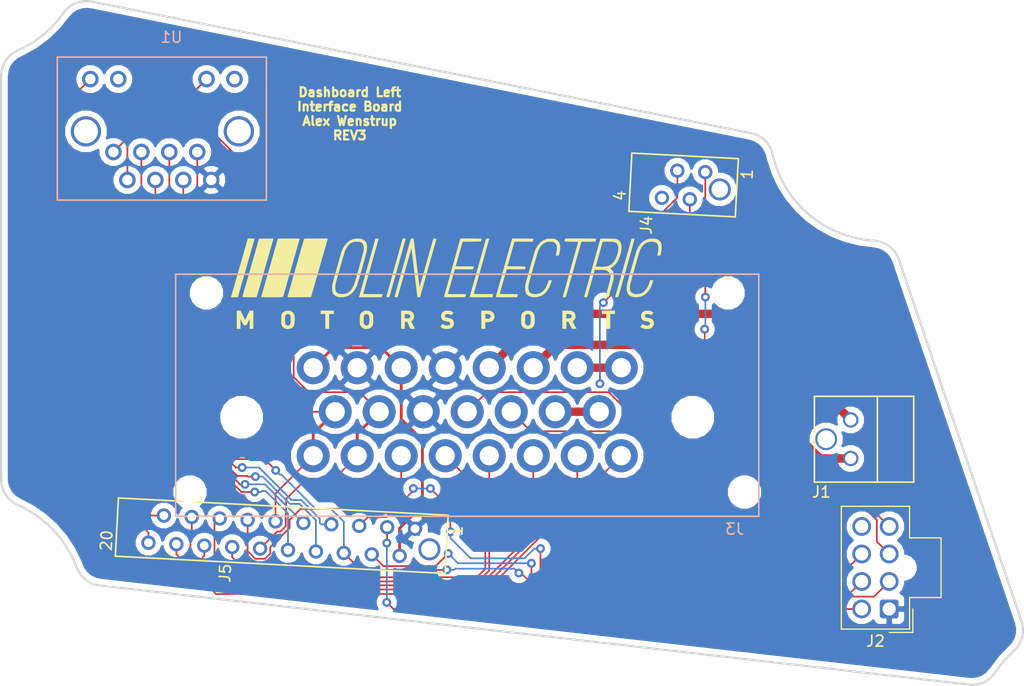
<source format=kicad_pcb>
(kicad_pcb (version 20171130) (host pcbnew 5.0.2-bee76a0~70~ubuntu18.04.1)

  (general
    (thickness 1.6)
    (drawings 32)
    (tracks 279)
    (zones 0)
    (modules 7)
    (nets 33)
  )

  (page A4)
  (layers
    (0 F.Cu signal)
    (31 B.Cu signal hide)
    (32 B.Adhes user)
    (33 F.Adhes user)
    (34 B.Paste user)
    (35 F.Paste user)
    (36 B.SilkS user)
    (37 F.SilkS user)
    (38 B.Mask user)
    (39 F.Mask user)
    (40 Dwgs.User user)
    (41 Cmts.User user)
    (42 Eco1.User user)
    (43 Eco2.User user)
    (44 Edge.Cuts user)
    (45 Margin user)
    (46 B.CrtYd user)
    (47 F.CrtYd user)
    (48 B.Fab user)
    (49 F.Fab user)
  )

  (setup
    (last_trace_width 0.1524)
    (user_trace_width 0.1524)
    (user_trace_width 0.254)
    (user_trace_width 0.762)
    (trace_clearance 0.2)
    (zone_clearance 0.508)
    (zone_45_only no)
    (trace_min 0.1524)
    (segment_width 0.2)
    (edge_width 0.2)
    (via_size 0.8)
    (via_drill 0.4)
    (via_min_size 0.4)
    (via_min_drill 0.3)
    (uvia_size 0.3)
    (uvia_drill 0.1)
    (uvias_allowed no)
    (uvia_min_size 0.2)
    (uvia_min_drill 0.1)
    (pcb_text_width 0.3)
    (pcb_text_size 1.5 1.5)
    (mod_edge_width 0.15)
    (mod_text_size 1 1)
    (mod_text_width 0.15)
    (pad_size 2 2)
    (pad_drill 1.5)
    (pad_to_mask_clearance 0.051)
    (solder_mask_min_width 0.25)
    (aux_axis_origin 0 0)
    (visible_elements FFFFFF7F)
    (pcbplotparams
      (layerselection 0x010fc_ffffffff)
      (usegerberextensions true)
      (usegerberattributes false)
      (usegerberadvancedattributes false)
      (creategerberjobfile false)
      (excludeedgelayer true)
      (linewidth 2.000000)
      (plotframeref false)
      (viasonmask false)
      (mode 1)
      (useauxorigin false)
      (hpglpennumber 1)
      (hpglpenspeed 20)
      (hpglpendiameter 15.000000)
      (psnegative false)
      (psa4output false)
      (plotreference true)
      (plotvalue true)
      (plotinvisibletext false)
      (padsonsilk false)
      (subtractmaskfromsilk false)
      (outputformat 1)
      (mirror false)
      (drillshape 0)
      (scaleselection 1)
      (outputdirectory "/home/awenstrup/Documents/Formula/MKIV-Boards/Boards/Interface_DashLeft/interface/Shipment Files/"))
  )

  (net 0 "")
  (net 1 /BOTS->ESTOP)
  (net 2 /ESTOP->HVD)
  (net 3 /GND)
  (net 4 /5V)
  (net 5 /SDA)
  (net 6 /SCL)
  (net 7 /Drive_Select+)
  (net 8 /Drive_Select_Sense)
  (net 9 /Drive_Select-)
  (net 10 "Net-(J2-Pad8)")
  (net 11 /Throttle2-)
  (net 12 /CANL)
  (net 13 /Throttle1+)
  (net 14 /Throttle1_Sense)
  (net 15 /Throttle1-)
  (net 16 /Throttle2+)
  (net 17 /Throttle2_Sense)
  (net 18 /CANH)
  (net 19 /BSPD->IS)
  (net 20 /IS->BOTS)
  (net 21 /12V)
  (net 22 /MOSI)
  (net 23 /MISO)
  (net 24 /SCK)
  (net 25 /RESET)
  (net 26 /LED1)
  (net 27 /LED2)
  (net 28 "Net-(U1-Pad11)")
  (net 29 "Net-(U1-Pad9)")
  (net 30 "Net-(U1-Pad13)")
  (net 31 "Net-(U1-Pad14)")
  (net 32 "Net-(J4-Pad4)")

  (net_class Default "This is the default net class."
    (clearance 0.2)
    (trace_width 0.1524)
    (via_dia 0.8)
    (via_drill 0.4)
    (uvia_dia 0.3)
    (uvia_drill 0.1)
    (add_net /12V)
    (add_net /5V)
    (add_net /BOTS->ESTOP)
    (add_net /BSPD->IS)
    (add_net /CANH)
    (add_net /CANL)
    (add_net /Drive_Select+)
    (add_net /Drive_Select-)
    (add_net /Drive_Select_Sense)
    (add_net /ESTOP->HVD)
    (add_net /GND)
    (add_net /IS->BOTS)
    (add_net /LED1)
    (add_net /LED2)
    (add_net /MISO)
    (add_net /MOSI)
    (add_net /RESET)
    (add_net /SCK)
    (add_net /SCL)
    (add_net /SDA)
    (add_net /Throttle1+)
    (add_net /Throttle1-)
    (add_net /Throttle1_Sense)
    (add_net /Throttle2+)
    (add_net /Throttle2-)
    (add_net /Throttle2_Sense)
    (add_net "Net-(J2-Pad8)")
    (add_net "Net-(J4-Pad4)")
    (add_net "Net-(U1-Pad11)")
    (add_net "Net-(U1-Pad13)")
    (add_net "Net-(U1-Pad14)")
    (add_net "Net-(U1-Pad9)")
  )

  (net_class Power ""
    (clearance 0.2)
    (trace_width 0.254)
    (via_dia 0.8)
    (via_drill 0.4)
    (uvia_dia 0.3)
    (uvia_drill 0.1)
  )

  (net_class Shutdown ""
    (clearance 0.2)
    (trace_width 0.762)
    (via_dia 0.8)
    (via_drill 0.4)
    (uvia_dia 0.3)
    (uvia_drill 0.1)
  )

  (module footprints:RJ45-Vertical (layer B.Cu) (tedit 5A6A89D8) (tstamp 5C26A7AF)
    (at 125.1395 74.676)
    (path /5C09DFB8)
    (fp_text reference U1 (at 7.366 -3.81) (layer B.SilkS)
      (effects (font (size 1 1) (thickness 0.15)) (justify mirror))
    )
    (fp_text value RJ45_VT (at -4.377 0.9785 -90) (layer B.Fab)
      (effects (font (size 1 1) (thickness 0.15)) (justify mirror))
    )
    (fp_line (start 16 0) (end 16 11) (layer B.SilkS) (width 0.15))
    (fp_line (start 16 11) (end -3 11) (layer B.SilkS) (width 0.15))
    (fp_line (start -3 11) (end -3 -2) (layer B.SilkS) (width 0.15))
    (fp_line (start -3 -2) (end 16 -2) (layer B.SilkS) (width 0.15))
    (fp_line (start 16 -2) (end 16 0) (layer B.SilkS) (width 0.15))
    (pad 14 thru_hole circle (at 13.5 4.75) (size 2.75 2.75) (drill 2.18) (layers *.Cu *.Mask)
      (net 31 "Net-(U1-Pad14)"))
    (pad 13 thru_hole circle (at -0.4 4.75) (size 2.75 2.75) (drill 2.18) (layers *.Cu *.Mask)
      (net 30 "Net-(U1-Pad13)"))
    (pad 8 thru_hole circle (at 10.99 9.17) (size 1.5 1.5) (drill 0.95) (layers *.Cu *.Mask)
      (net 3 /GND))
    (pad 6 thru_hole circle (at 8.45 9.17) (size 1.5 1.5) (drill 0.95) (layers *.Cu *.Mask B.Paste)
      (net 22 /MOSI))
    (pad 4 thru_hole circle (at 5.91 9.17) (size 1.5 1.5) (drill 0.95) (layers *.Cu *.Mask)
      (net 24 /SCK))
    (pad 2 thru_hole circle (at 3.37 9.17) (size 1.5 1.5) (drill 0.95) (layers *.Cu *.Mask)
      (net 18 /CANH))
    (pad 7 thru_hole circle (at 9.72 6.63) (size 1.5 1.5) (drill 0.95) (layers *.Cu *.Mask)
      (net 4 /5V))
    (pad 5 thru_hole circle (at 7.18 6.63) (size 1.5 1.5) (drill 0.95) (layers *.Cu *.Mask)
      (net 23 /MISO))
    (pad 3 thru_hole circle (at 4.64 6.63) (size 1.5 1.5) (drill 0.95) (layers *.Cu *.Mask)
      (net 25 /RESET))
    (pad 1 thru_hole circle (at 2.1 6.63) (size 1.5 1.5) (drill 0.95) (layers *.Cu *.Mask)
      (net 12 /CANL))
    (pad 10 thru_hole circle (at 10.56 0) (size 1.5 1.5) (drill 0.95) (layers *.Cu *.Mask)
      (net 26 /LED1))
    (pad 9 thru_hole circle (at 13.1 0) (size 1.5 1.5) (drill 0.95) (layers *.Cu *.Mask)
      (net 29 "Net-(U1-Pad9)"))
    (pad 11 thru_hole circle (at 2.54 0) (size 1.5 1.5) (drill 0.95) (layers *.Cu *.Mask)
      (net 28 "Net-(U1-Pad11)"))
    (pad 12 thru_hole circle (at 0 0) (size 1.5 1.5) (drill 0.95) (layers *.Cu *.Mask)
      (net 27 /LED2))
    (model ${LOCAL_DIR}/OEM_Preferred_Parts/3DModels/rj45-vert/rj45-vert.step
      (at (xyz 0 0 0))
      (scale (xyz 1 1 1))
      (rotate (xyz 0 0 0))
    )
  )

  (module footprints:micromatch_female_vert_20 (layer F.Cu) (tedit 5A772A19) (tstamp 5C26A5F8)
    (at 149.579085 115.27483 267)
    (path /5C05EC53)
    (fp_text reference J5 (at 4.9335 11.938 267) (layer F.SilkS)
      (effects (font (size 1 1) (thickness 0.15)))
    )
    (fp_text value MM_F_VT_20 (at 6.35 0 -3) (layer F.Fab) hide
      (effects (font (size 1 1) (thickness 0.15)))
    )
    (fp_text user 20 (at 2.54 22.86 267) (layer F.SilkS)
      (effects (font (size 1 1) (thickness 0.15)))
    )
    (fp_text user 1 (at 0 -8.89 267) (layer F.SilkS)
      (effects (font (size 1 1) (thickness 0.15)))
    )
    (fp_line (start -1.38 21.99) (end 3.92 21.99) (layer F.SilkS) (width 0.15))
    (fp_line (start -1.38 -8.02) (end 3.92 -8.02) (layer F.SilkS) (width 0.15))
    (fp_line (start -1.38 21.99) (end -1.38 -8.02) (layer F.SilkS) (width 0.15))
    (fp_line (start 3.92 21.99) (end 3.92 -8.02) (layer F.SilkS) (width 0.15))
    (pad 5 thru_hole circle (at 0 0 267) (size 1.3 1.3) (drill 0.8) (layers *.Cu *.Mask)
      (net 9 /Drive_Select-))
    (pad 3 thru_hole circle (at 0 -2.54 267) (size 1.3 1.3) (drill 0.8) (layers *.Cu *.Mask)
      (net 7 /Drive_Select+))
    (pad 1 thru_hole circle (at 0 -5.08 267) (size 1.3 1.3) (drill 0.8) (layers *.Cu *.Mask)
      (net 3 /GND))
    (pad 7 thru_hole circle (at 0 2.54 267) (size 1.3 1.3) (drill 0.8) (layers *.Cu *.Mask)
      (net 22 /MOSI))
    (pad 2 thru_hole circle (at 2.54 -3.81 267) (size 1.3 1.3) (drill 0.8) (layers *.Cu *.Mask)
      (net 21 /12V))
    (pad 4 thru_hole circle (at 2.54 -1.27 267) (size 1.3 1.3) (drill 0.8) (layers *.Cu *.Mask)
      (net 8 /Drive_Select_Sense))
    (pad 6 thru_hole circle (at 2.54 1.27 267) (size 1.3 1.3) (drill 0.8) (layers *.Cu *.Mask)
      (net 4 /5V))
    (pad 8 thru_hole circle (at 2.54 3.81 267) (size 1.3 1.3) (drill 0.8) (layers *.Cu *.Mask)
      (net 23 /MISO))
    (pad 9 thru_hole circle (at 0 5.08 267) (size 1.3 1.3) (drill 0.8) (layers *.Cu *.Mask)
      (net 24 /SCK))
    (pad 10 thru_hole circle (at 2.54 6.35 267) (size 1.3 1.3) (drill 0.8) (layers *.Cu *.Mask)
      (net 25 /RESET))
    (pad 11 thru_hole circle (at 0 7.62 267) (size 1.3 1.3) (drill 0.8) (layers *.Cu *.Mask)
      (net 18 /CANH))
    (pad 12 thru_hole circle (at 2.54 8.89 267) (size 1.3 1.3) (drill 0.8) (layers *.Cu *.Mask)
      (net 12 /CANL))
    (pad 13 thru_hole circle (at 0 10.16 267) (size 1.3 1.3) (drill 0.8) (layers *.Cu *.Mask)
      (net 13 /Throttle1+))
    (pad 14 thru_hole circle (at 2.54 11.43 267) (size 1.3 1.3) (drill 0.8) (layers *.Cu *.Mask)
      (net 14 /Throttle1_Sense))
    (pad 15 thru_hole circle (at 0 12.7 267) (size 1.3 1.3) (drill 0.8) (layers *.Cu *.Mask)
      (net 15 /Throttle1-))
    (pad 16 thru_hole circle (at 2.54 13.97 267) (size 1.3 1.3) (drill 0.8) (layers *.Cu *.Mask)
      (net 16 /Throttle2+))
    (pad 17 thru_hole circle (at 0 15.24 267) (size 1.3 1.3) (drill 0.8) (layers *.Cu *.Mask)
      (net 17 /Throttle2_Sense))
    (pad 18 thru_hole circle (at 2.54 16.51 267) (size 1.3 1.3) (drill 0.8) (layers *.Cu *.Mask)
      (net 11 /Throttle2-))
    (pad 19 thru_hole circle (at 0 17.78 267) (size 1.3 1.3) (drill 0.8) (layers *.Cu *.Mask)
      (net 26 /LED1))
    (pad 20 thru_hole circle (at 2.54 19.05 267) (size 1.3 1.3) (drill 0.8) (layers *.Cu *.Mask)
      (net 27 /LED2))
    (pad 21 thru_hole circle (at 1.8 -6.48 267) (size 2 2) (drill 1.5) (layers *.Cu *.Mask))
    (model ${LOCAL_DIR}/OEM_Preferred_Parts/3DModels/micromatch-female-vert-20/micromatch-female-vert-20.step
      (at (xyz 0 0 0))
      (scale (xyz 1 1 1))
      (rotate (xyz 0 0 0))
    )
  )

  (module footprints:Ultrafit_2 (layer F.Cu) (tedit 59F11364) (tstamp 5C26A646)
    (at 194.2465 109.1565 180)
    (path /5C0780B8)
    (fp_text reference J1 (at 2.667 -3.048 180) (layer F.SilkS)
      (effects (font (size 1 1) (thickness 0.15)))
    )
    (fp_text value UF_2_VT (at 4.572 0.508 270) (layer F.Fab) hide
      (effects (font (size 1 1) (thickness 0.15)))
    )
    (fp_line (start 3.302 5.65) (end 3.302 -2.15) (layer F.SilkS) (width 0.15))
    (fp_line (start -2.42 5.65) (end -2.42 -2.15) (layer F.SilkS) (width 0.15))
    (fp_line (start -2.42 -2.15) (end 3.302 -2.15) (layer F.SilkS) (width 0.15))
    (fp_line (start -2.42 5.65) (end 3.302 5.65) (layer F.SilkS) (width 0.15))
    (fp_line (start -5.73 5.65) (end -2.42 5.65) (layer F.SilkS) (width 0.15))
    (fp_line (start -5.73 -2.15) (end -5.73 5.65) (layer F.SilkS) (width 0.15))
    (fp_line (start -2.42 -2.15) (end -5.73 -2.15) (layer F.SilkS) (width 0.15))
    (fp_text user "6.55mm Clearance" (at -4.07 1.75 90) (layer F.Fab)
      (effects (font (size 0.5 0.5) (thickness 0.08)))
    )
    (fp_line (start -5.588 5.588) (end -5.588 -2.032) (layer F.Fab) (width 0.15))
    (fp_line (start -2.54 5.588) (end -5.588 5.588) (layer F.Fab) (width 0.15))
    (fp_line (start -2.54 -2.032) (end -2.54 5.588) (layer F.Fab) (width 0.15))
    (fp_line (start -5.588 -2.032) (end -2.54 -2.032) (layer F.Fab) (width 0.15))
    (pad "" thru_hole circle (at 2.23 1.75 180) (size 1.981 1.981) (drill 1.6) (layers *.Cu *.Mask))
    (pad 1 thru_hole circle (at 0 3.5 180) (size 1.397 1.397) (drill 1.02) (layers *.Cu *.Mask)
      (net 2 /ESTOP->HVD))
    (pad 2 thru_hole circle (at 0 0 180) (size 1.397 1.397) (drill 1.02) (layers *.Cu *.Mask)
      (net 1 /BOTS->ESTOP))
    (model ${LOCAL_DIR}/OEM_Preferred_Parts/3DModels/Ultrafit-2/Ultrafit-2.step
      (at (xyz 0 0 0))
      (scale (xyz 1 1 1))
      (rotate (xyz 0 0 0))
    )
  )

  (module Connector_Molex:Molex_Nano-Fit_105310-xx08_2x04_P2.50mm_Vertical (layer F.Cu) (tedit 5B7830BB) (tstamp 5C26A69D)
    (at 197.745007 122.836781 180)
    (descr "Molex Nano-Fit Power Connectors, 105310-xx08, 4 Pins per row (http://www.molex.com/pdm_docs/sd/1053101208_sd.pdf), generated with kicad-footprint-generator")
    (tags "connector Molex Nano-Fit side entry")
    (path /5C078824)
    (fp_text reference J2 (at 1.25 -2.92 180) (layer F.SilkS)
      (effects (font (size 1 1) (thickness 0.15)))
    )
    (fp_text value MM_F_VT_08 (at 5.715 2.5635 -90) (layer F.Fab)
      (effects (font (size 1 1) (thickness 0.15)))
    )
    (fp_text user %R (at 3.54 3.75 -90) (layer F.Fab)
      (effects (font (size 1 1) (thickness 0.15)))
    )
    (fp_line (start 0 -1.012893) (end 0.5 -1.72) (layer F.Fab) (width 0.1))
    (fp_line (start -0.5 -1.72) (end 0 -1.012893) (layer F.Fab) (width 0.1))
    (fp_line (start -2.15 -2.13) (end -2.15 0) (layer F.SilkS) (width 0.12))
    (fp_line (start 0 -2.13) (end -2.15 -2.13) (layer F.SilkS) (width 0.12))
    (fp_line (start -2.02 1.65) (end -4.1 1.65) (layer F.Fab) (width 0.1))
    (fp_line (start -2.02 5.85) (end -2.02 1.65) (layer F.Fab) (width 0.1))
    (fp_line (start -4.1 5.85) (end -2.02 5.85) (layer F.Fab) (width 0.1))
    (fp_line (start -4.1 1.65) (end -4.1 5.85) (layer F.Fab) (width 0.1))
    (fp_line (start -5.1 6.85) (end -5.1 3.75) (layer F.CrtYd) (width 0.05))
    (fp_line (start -2.24 6.85) (end -5.1 6.85) (layer F.CrtYd) (width 0.05))
    (fp_line (start -2.24 9.72) (end -2.24 6.85) (layer F.CrtYd) (width 0.05))
    (fp_line (start 4.74 9.72) (end -2.24 9.72) (layer F.CrtYd) (width 0.05))
    (fp_line (start 4.74 3.75) (end 4.74 9.72) (layer F.CrtYd) (width 0.05))
    (fp_line (start -5.1 0.65) (end -5.1 3.75) (layer F.CrtYd) (width 0.05))
    (fp_line (start -2.24 0.65) (end -5.1 0.65) (layer F.CrtYd) (width 0.05))
    (fp_line (start -2.24 -2.22) (end -2.24 0.65) (layer F.CrtYd) (width 0.05))
    (fp_line (start 4.74 -2.22) (end -2.24 -2.22) (layer F.CrtYd) (width 0.05))
    (fp_line (start 4.74 3.75) (end 4.74 -2.22) (layer F.CrtYd) (width 0.05))
    (fp_line (start -4.71 6.46) (end -4.71 3.75) (layer F.SilkS) (width 0.12))
    (fp_line (start -1.85 6.46) (end -4.71 6.46) (layer F.SilkS) (width 0.12))
    (fp_line (start -1.85 9.33) (end -1.85 6.46) (layer F.SilkS) (width 0.12))
    (fp_line (start 4.35 9.33) (end -1.85 9.33) (layer F.SilkS) (width 0.12))
    (fp_line (start 4.35 3.75) (end 4.35 9.33) (layer F.SilkS) (width 0.12))
    (fp_line (start -4.71 1.04) (end -4.71 3.75) (layer F.SilkS) (width 0.12))
    (fp_line (start -1.85 1.04) (end -4.71 1.04) (layer F.SilkS) (width 0.12))
    (fp_line (start -1.85 -1.83) (end -1.85 1.04) (layer F.SilkS) (width 0.12))
    (fp_line (start 4.35 -1.83) (end -1.85 -1.83) (layer F.SilkS) (width 0.12))
    (fp_line (start 4.35 3.75) (end 4.35 -1.83) (layer F.SilkS) (width 0.12))
    (fp_line (start -4.6 6.35) (end -4.6 3.75) (layer F.Fab) (width 0.1))
    (fp_line (start -1.74 6.35) (end -4.6 6.35) (layer F.Fab) (width 0.1))
    (fp_line (start -1.74 9.22) (end -1.74 6.35) (layer F.Fab) (width 0.1))
    (fp_line (start 4.24 9.22) (end -1.74 9.22) (layer F.Fab) (width 0.1))
    (fp_line (start 4.24 3.75) (end 4.24 9.22) (layer F.Fab) (width 0.1))
    (fp_line (start -4.6 1.15) (end -4.6 3.75) (layer F.Fab) (width 0.1))
    (fp_line (start -1.74 1.15) (end -4.6 1.15) (layer F.Fab) (width 0.1))
    (fp_line (start -1.74 -1.72) (end -1.74 1.15) (layer F.Fab) (width 0.1))
    (fp_line (start 4.24 -1.72) (end -1.74 -1.72) (layer F.Fab) (width 0.1))
    (fp_line (start 4.24 3.75) (end 4.24 -1.72) (layer F.Fab) (width 0.1))
    (pad "" np_thru_hole circle (at -1.34 3.75 180) (size 1.3 1.3) (drill 1.3) (layers *.Cu *.Mask))
    (pad 8 thru_hole circle (at 2.5 7.5 180) (size 1.7 1.7) (drill 1.2) (layers *.Cu *.Mask)
      (net 10 "Net-(J2-Pad8)"))
    (pad 7 thru_hole circle (at 2.5 5 180) (size 1.7 1.7) (drill 1.2) (layers *.Cu *.Mask)
      (net 9 /Drive_Select-))
    (pad 6 thru_hole circle (at 2.5 2.5 180) (size 1.7 1.7) (drill 1.2) (layers *.Cu *.Mask)
      (net 8 /Drive_Select_Sense))
    (pad 5 thru_hole circle (at 2.5 0 180) (size 1.7 1.7) (drill 1.2) (layers *.Cu *.Mask)
      (net 7 /Drive_Select+))
    (pad 4 thru_hole circle (at 0 7.5 180) (size 1.7 1.7) (drill 1.2) (layers *.Cu *.Mask)
      (net 6 /SCL))
    (pad 3 thru_hole circle (at 0 5 180) (size 1.7 1.7) (drill 1.2) (layers *.Cu *.Mask)
      (net 5 /SDA))
    (pad 2 thru_hole circle (at 0 2.5 180) (size 1.7 1.7) (drill 1.2) (layers *.Cu *.Mask)
      (net 4 /5V))
    (pad 1 thru_hole roundrect (at 0 0 180) (size 1.7 1.7) (drill 1.2) (layers *.Cu *.Mask) (roundrect_rratio 0.147059)
      (net 3 /GND))
    (model ${LOCAL_DIR}/OEM_Preferred_Parts/3DModels/Nanofit_2x4/1053101208.stp
      (offset (xyz 1.269999980926514 -3.809999942779541 5.079999923706055))
      (scale (xyz 1 1 1))
      (rotate (xyz 0 0 -90))
    )
  )

  (module footprints:Ampseal_23 (layer B.Cu) (tedit 5A7B7D60) (tstamp 5C26A727)
    (at 179.8955 105.41 180)
    (path /5C0774EC)
    (fp_text reference J3 (at -3.81 -10.16 180) (layer B.SilkS)
      (effects (font (size 1 1) (thickness 0.15)) (justify mirror))
    )
    (fp_text value Ampseal_23_VT (at 2.889848 -7.394334 180) (layer B.Fab)
      (effects (font (size 1 1) (thickness 0.15)) (justify mirror))
    )
    (fp_line (start -6 -9) (end -6 13) (layer B.SilkS) (width 0.15))
    (fp_line (start 47 -9) (end -6 -9) (layer B.SilkS) (width 0.15))
    (fp_line (start 47 13) (end 47 -9) (layer B.SilkS) (width 0.15))
    (fp_line (start -6 13) (end 47 13) (layer B.SilkS) (width 0.15))
    (pad "" np_thru_hole circle (at 0 0 180) (size 2.85 2.85) (drill 2.85) (layers *.Cu *.Mask))
    (pad 1 thru_hole circle (at 6.5 4.5 180) (size 3 3) (drill 1.75) (layers *.Cu *.Mask)
      (net 20 /IS->BOTS))
    (pad 9 thru_hole circle (at 8.5 0.5 180) (size 3 3) (drill 1.75) (layers *.Cu *.Mask)
      (net 19 /BSPD->IS))
    (pad 16 thru_hole circle (at 6.5 -3.5 180) (size 3 3) (drill 1.75) (layers *.Cu *.Mask)
      (net 11 /Throttle2-))
    (pad 2 thru_hole circle (at 10.5 4.5 180) (size 3 3) (drill 1.75) (layers *.Cu *.Mask)
      (net 20 /IS->BOTS))
    (pad 3 thru_hole circle (at 14.5 4.5 180) (size 3 3) (drill 1.75) (layers *.Cu *.Mask)
      (net 1 /BOTS->ESTOP))
    (pad 5 thru_hole circle (at 22.5 4.5 180) (size 3 3) (drill 1.75) (layers *.Cu *.Mask)
      (net 3 /GND))
    (pad 4 thru_hole circle (at 18.5 4.5 180) (size 3 3) (drill 1.75) (layers *.Cu *.Mask)
      (net 2 /ESTOP->HVD))
    (pad 6 thru_hole circle (at 26.5 4.5 180) (size 3 3) (drill 1.75) (layers *.Cu *.Mask)
      (net 21 /12V))
    (pad 7 thru_hole circle (at 30.5 4.5 180) (size 3 3) (drill 1.75) (layers *.Cu *.Mask)
      (net 3 /GND))
    (pad 8 thru_hole circle (at 34.5 4.5 180) (size 3 3) (drill 1.75) (layers *.Cu *.Mask)
      (net 21 /12V))
    (pad 15 thru_hole circle (at 32.5 0.5 180) (size 3 3) (drill 1.75) (layers *.Cu *.Mask)
      (net 18 /CANH))
    (pad 14 thru_hole circle (at 28.5 0.5 180) (size 3 3) (drill 1.75) (layers *.Cu *.Mask)
      (net 12 /CANL))
    (pad 12 thru_hole circle (at 20.5 0.5 180) (size 3 3) (drill 1.75) (layers *.Cu *.Mask)
      (net 6 /SCL))
    (pad 13 thru_hole circle (at 24.5 0.5 180) (size 3 3) (drill 1.75) (layers *.Cu *.Mask)
      (net 3 /GND))
    (pad 11 thru_hole circle (at 16.5 0.5 180) (size 3 3) (drill 1.75) (layers *.Cu *.Mask)
      (net 5 /SDA))
    (pad 10 thru_hole circle (at 12.5 0.5 180) (size 3 3) (drill 1.75) (layers *.Cu *.Mask)
      (net 19 /BSPD->IS))
    (pad 22 thru_hole circle (at 30.5 -3.5 180) (size 3 3) (drill 1.75) (layers *.Cu *.Mask)
      (net 12 /CANL))
    (pad 21 thru_hole circle (at 26.5 -3.5 180) (size 3 3) (drill 1.75) (layers *.Cu *.Mask)
      (net 13 /Throttle1+))
    (pad 20 thru_hole circle (at 22.5 -3.5 180) (size 3 3) (drill 1.75) (layers *.Cu *.Mask)
      (net 14 /Throttle1_Sense))
    (pad 19 thru_hole circle (at 18.5 -3.5 180) (size 3 3) (drill 1.75) (layers *.Cu *.Mask)
      (net 15 /Throttle1-))
    (pad 18 thru_hole circle (at 14.5 -3.5 180) (size 3 3) (drill 1.75) (layers *.Cu *.Mask)
      (net 16 /Throttle2+))
    (pad 17 thru_hole circle (at 10.5 -3.5 180) (size 3 3) (drill 1.75) (layers *.Cu *.Mask)
      (net 17 /Throttle2_Sense))
    (pad 23 thru_hole circle (at 34.5 -3.5 180) (size 3 3) (drill 1.75) (layers *.Cu *.Mask)
      (net 18 /CANH))
    (pad "" np_thru_hole circle (at -3.2 11.3 180) (size 2 2) (drill 2) (layers *.Cu *.Mask))
    (pad "" np_thru_hole circle (at 44.2 11.3 180) (size 2 2) (drill 2) (layers *.Cu *.Mask))
    (pad "" np_thru_hole circle (at -4.7 -6.8 180) (size 2 2) (drill 2) (layers *.Cu *.Mask))
    (pad "" np_thru_hole circle (at 45.7 -6.8 180) (size 2 2) (drill 2) (layers *.Cu *.Mask))
    (pad "" np_thru_hole circle (at 41 0 180) (size 2.85 2.85) (drill 2.85) (layers *.Cu *.Mask))
    (model ${LOCAL_DIR}/OEM_Preferred_Parts/3DModels/Ampseal-23/Ampseal_23.step
      (at (xyz 0 0 0))
      (scale (xyz 1 1 1))
      (rotate (xyz 0 0 0))
    )
  )

  (module footprints:micromatch_female_vert_4 (layer F.Cu) (tedit 5C16B8A4) (tstamp 5C26A77D)
    (at 175.95427 82.8675 267)
    (path /5C05EF31)
    (fp_text reference J4 (at 5.08 0 267) (layer F.SilkS)
      (effects (font (size 1 1) (thickness 0.15)))
    )
    (fp_text value MM_F_VT_04 (at 6.35 -1.27 -3) (layer F.Fab) hide
      (effects (font (size 1 1) (thickness 0.15)))
    )
    (fp_line (start 3.92 1.67) (end 3.92 -8.02) (layer F.SilkS) (width 0.15))
    (fp_line (start -1.38 1.67) (end -1.38 -8.02) (layer F.SilkS) (width 0.15))
    (fp_line (start -1.38 -8.02) (end 3.92 -8.02) (layer F.SilkS) (width 0.15))
    (fp_line (start -1.38 1.67) (end 3.92 1.67) (layer F.SilkS) (width 0.15))
    (fp_text user 1 (at 0 -8.89 267) (layer F.SilkS)
      (effects (font (size 1 1) (thickness 0.15)))
    )
    (fp_text user 4 (at 2.54 2.54 267) (layer F.SilkS)
      (effects (font (size 1 1) (thickness 0.15)))
    )
    (pad 5 thru_hole circle (at 1.5 -6.48 267) (size 2 2) (drill 1.5) (layers *.Cu *.Mask))
    (pad 4 thru_hole circle (at 2.54 -1.27 267) (size 1.3 1.3) (drill 0.8) (layers *.Cu *.Mask)
      (net 32 "Net-(J4-Pad4)"))
    (pad 2 thru_hole circle (at 2.54 -3.81 267) (size 1.3 1.3) (drill 0.8) (layers *.Cu *.Mask)
      (net 20 /IS->BOTS))
    (pad 1 thru_hole circle (at 0 -5.08 267) (size 1.3 1.3) (drill 0.8) (layers *.Cu *.Mask)
      (net 1 /BOTS->ESTOP))
    (pad 3 thru_hole circle (at 0 -2.54 267) (size 1.3 1.3) (drill 0.8) (layers *.Cu *.Mask)
      (net 2 /ESTOP->HVD))
    (model ${LOCAL_DIR}/OEM_Preferred_Parts/3DModels/micromatch_vert4/micromatch_vert4.wrl
      (at (xyz 0 0 0))
      (scale (xyz 1 1 1))
      (rotate (xyz 0 0 0))
    )
  )

  (module footprints:Logo_Large (layer F.Cu) (tedit 0) (tstamp 5C55DDD3)
    (at 157.48 93.2815)
    (fp_text reference G*** (at 0 0) (layer F.SilkS) hide
      (effects (font (size 1.524 1.524) (thickness 0.3)))
    )
    (fp_text value LOGO (at 0.75 0) (layer F.SilkS) hide
      (effects (font (size 1.524 1.524) (thickness 0.3)))
    )
    (fp_poly (pts (xy 18.846075 -4.107132) (xy 19.065319 -4.073701) (xy 19.245128 -4.00857) (xy 19.386053 -3.911374)
      (xy 19.488644 -3.781749) (xy 19.547339 -3.641645) (xy 19.569425 -3.520595) (xy 19.578482 -3.365329)
      (xy 19.575075 -3.190579) (xy 19.55977 -3.011076) (xy 19.533133 -2.841552) (xy 19.513326 -2.7559)
      (xy 19.466072 -2.5781) (xy 19.319402 -2.570419) (xy 19.237351 -2.567742) (xy 19.195339 -2.57278)
      (xy 19.182819 -2.588551) (xy 19.186227 -2.608519) (xy 19.235407 -2.788415) (xy 19.267007 -2.940046)
      (xy 19.284069 -3.081574) (xy 19.289602 -3.2258) (xy 19.288823 -3.345147) (xy 19.282719 -3.428934)
      (xy 19.268636 -3.492332) (xy 19.243922 -3.550511) (xy 19.22748 -3.581081) (xy 19.147841 -3.687822)
      (xy 19.042984 -3.762652) (xy 18.905946 -3.809072) (xy 18.731219 -3.830506) (xy 18.493234 -3.820589)
      (xy 18.27688 -3.764715) (xy 18.082151 -3.662881) (xy 17.909041 -3.515082) (xy 17.757545 -3.321313)
      (xy 17.627654 -3.081571) (xy 17.59221 -2.998987) (xy 17.571635 -2.940456) (xy 17.539354 -2.83847)
      (xy 17.496933 -2.698607) (xy 17.44594 -2.526447) (xy 17.387942 -2.327567) (xy 17.324506 -2.107548)
      (xy 17.2572 -1.871969) (xy 17.187592 -1.626408) (xy 17.117248 -1.376445) (xy 17.047736 -1.127658)
      (xy 16.980623 -0.885628) (xy 16.917477 -0.655932) (xy 16.859866 -0.444151) (xy 16.809355 -0.255862)
      (xy 16.767514 -0.096646) (xy 16.735909 0.027919) (xy 16.716107 0.112254) (xy 16.711263 0.136761)
      (xy 16.690752 0.351416) (xy 16.708412 0.532897) (xy 16.76444 0.681776) (xy 16.859038 0.798628)
      (xy 16.9672 0.871811) (xy 17.035191 0.904765) (xy 17.093219 0.925159) (xy 17.15634 0.935394)
      (xy 17.239612 0.937872) (xy 17.358091 0.934995) (xy 17.36237 0.93485) (xy 17.48747 0.92889)
      (xy 17.579013 0.918554) (xy 17.654235 0.900127) (xy 17.730374 0.869893) (xy 17.7855 0.843639)
      (xy 17.966824 0.726716) (xy 18.130835 0.564279) (xy 18.275423 0.359288) (xy 18.398476 0.114701)
      (xy 18.491841 -0.14605) (xy 18.546947 -0.3302) (xy 18.684173 -0.3302) (xy 18.759908 -0.326336)
      (xy 18.809747 -0.316384) (xy 18.8214 -0.307091) (xy 18.811856 -0.255933) (xy 18.786051 -0.169673)
      (xy 18.748229 -0.059691) (xy 18.70263 0.062636) (xy 18.653497 0.185929) (xy 18.605071 0.29881)
      (xy 18.561594 0.3899) (xy 18.561476 0.390127) (xy 18.467911 0.542712) (xy 18.348018 0.696743)
      (xy 18.21261 0.840996) (xy 18.072502 0.96425) (xy 17.938507 1.055282) (xy 17.902553 1.073948)
      (xy 17.68491 1.155256) (xy 17.449917 1.203581) (xy 17.212714 1.217322) (xy 16.98844 1.194875)
      (xy 16.9164 1.178335) (xy 16.742656 1.110338) (xy 16.60644 1.008624) (xy 16.505319 0.870841)
      (xy 16.444757 0.722333) (xy 16.420344 0.596727) (xy 16.40997 0.440211) (xy 16.413891 0.270767)
      (xy 16.432364 0.106382) (xy 16.435686 0.087214) (xy 16.449784 0.023892) (xy 16.476574 -0.082556)
      (xy 16.514461 -0.226506) (xy 16.561853 -0.402333) (xy 16.617155 -0.604413) (xy 16.678773 -0.827123)
      (xy 16.745115 -1.064837) (xy 16.814585 -1.311932) (xy 16.885591 -1.562783) (xy 16.956539 -1.811766)
      (xy 17.025834 -2.053258) (xy 17.091883 -2.281633) (xy 17.153093 -2.491268) (xy 17.207869 -2.676538)
      (xy 17.254618 -2.831819) (xy 17.291746 -2.951488) (xy 17.31766 -3.029919) (xy 17.32356 -3.046005)
      (xy 17.45192 -3.320441) (xy 17.609516 -3.557101) (xy 17.793792 -3.754203) (xy 18.002187 -3.909964)
      (xy 18.232145 -4.0226) (xy 18.481106 -4.090329) (xy 18.746513 -4.111367) (xy 18.846075 -4.107132)) (layer F.SilkS) (width 0.01))
    (fp_poly (pts (xy 17.110144 -4.100777) (xy 17.1196 -4.081557) (xy 17.112847 -4.05268) (xy 17.093191 -3.978163)
      (xy 17.061533 -3.861253) (xy 17.018775 -3.705199) (xy 16.965818 -3.513248) (xy 16.903564 -3.288649)
      (xy 16.832916 -3.034648) (xy 16.754774 -2.754495) (xy 16.670041 -2.451437) (xy 16.579619 -2.128721)
      (xy 16.484408 -1.789596) (xy 16.394622 -1.47038) (xy 16.295615 -1.118626) (xy 16.200329 -0.779986)
      (xy 16.109688 -0.457745) (xy 16.024615 -0.155185) (xy 15.946031 0.124408) (xy 15.874859 0.37775)
      (xy 15.812021 0.601557) (xy 15.758441 0.792544) (xy 15.715039 0.947427) (xy 15.68274 1.062922)
      (xy 15.662464 1.135745) (xy 15.655269 1.16205) (xy 15.641032 1.195216) (xy 15.610785 1.212381)
      (xy 15.55088 1.218605) (xy 15.501192 1.2192) (xy 15.421761 1.21776) (xy 15.38213 1.210079)
      (xy 15.37131 1.191117) (xy 15.376645 1.16205) (xy 15.385469 1.130261) (xy 15.407148 1.052841)
      (xy 15.440765 0.933055) (xy 15.4854 0.774168) (xy 15.540135 0.579446) (xy 15.604052 0.352153)
      (xy 15.676233 0.095556) (xy 15.755758 -0.187081) (xy 15.841711 -0.492492) (xy 15.933171 -0.817411)
      (xy 16.029221 -1.158574) (xy 16.124968 -1.4986) (xy 16.858138 -4.1021) (xy 16.988869 -4.109778)
      (xy 17.069779 -4.110929) (xy 17.110144 -4.100777)) (layer F.SilkS) (width 0.01))
    (fp_poly (pts (xy 14.518746 -4.110906) (xy 14.698404 -4.108869) (xy 14.70025 -4.108843) (xy 14.91298 -4.105361)
      (xy 15.081461 -4.101347) (xy 15.21224 -4.096358) (xy 15.311866 -4.08995) (xy 15.386891 -4.081678)
      (xy 15.443861 -4.071099) (xy 15.489328 -4.05777) (xy 15.497388 -4.054821) (xy 15.654421 -3.970656)
      (xy 15.784095 -3.850669) (xy 15.876141 -3.70438) (xy 15.876687 -3.703155) (xy 15.917285 -3.56593)
      (xy 15.936065 -3.393631) (xy 15.933143 -3.197007) (xy 15.90864 -2.986803) (xy 15.866549 -2.788394)
      (xy 15.75969 -2.444305) (xy 15.630653 -2.145897) (xy 15.479417 -1.893139) (xy 15.305964 -1.685998)
      (xy 15.110273 -1.524442) (xy 15.0368 -1.47882) (xy 14.9711 -1.441135) (xy 14.926772 -1.415599)
      (xy 14.916101 -1.409365) (xy 14.92861 -1.390569) (xy 14.967577 -1.345723) (xy 15.014905 -1.29478)
      (xy 15.105273 -1.188908) (xy 15.166691 -1.085925) (xy 15.203839 -0.972227) (xy 15.221398 -0.834207)
      (xy 15.224402 -0.6858) (xy 15.223146 -0.609288) (xy 15.219914 -0.540653) (xy 15.213236 -0.473027)
      (xy 15.201642 -0.399544) (xy 15.183664 -0.313337) (xy 15.157832 -0.20754) (xy 15.122679 -0.075286)
      (xy 15.076733 0.090293) (xy 15.018527 0.296062) (xy 15.0016 0.3556) (xy 14.947094 0.547109)
      (xy 14.896636 0.724198) (xy 14.852013 0.880603) (xy 14.815013 1.010064) (xy 14.787427 1.106319)
      (xy 14.771042 1.163106) (xy 14.767606 1.17475) (xy 14.748204 1.201652) (xy 14.703186 1.215278)
      (xy 14.620389 1.219194) (xy 14.615988 1.2192) (xy 14.539997 1.217237) (xy 14.489879 1.212182)
      (xy 14.478 1.20741) (xy 14.48463 1.180967) (xy 14.503419 1.111599) (xy 14.532714 1.005266)
      (xy 14.570863 0.867929) (xy 14.616211 0.705548) (xy 14.667106 0.524086) (xy 14.694062 0.42826)
      (xy 14.748902 0.23144) (xy 14.800205 0.04343) (xy 14.846021 -0.12832) (xy 14.884397 -0.276357)
      (xy 14.913383 -0.393231) (xy 14.931028 -0.471491) (xy 14.934296 -0.489201) (xy 14.945442 -0.684235)
      (xy 14.912783 -0.855147) (xy 14.836995 -1.000456) (xy 14.718754 -1.118683) (xy 14.618527 -1.180782)
      (xy 14.56535 -1.207341) (xy 14.518733 -1.227046) (xy 14.469859 -1.24108) (xy 14.409913 -1.250623)
      (xy 14.33008 -1.256857) (xy 14.221545 -1.260962) (xy 14.075491 -1.264119) (xy 13.984511 -1.265732)
      (xy 13.5001 -1.274163) (xy 13.196894 -0.186232) (xy 13.131988 0.046415) (xy 13.069681 0.269286)
      (xy 13.011637 0.476465) (xy 12.959518 0.662036) (xy 12.914987 0.820083) (xy 12.879708 0.944689)
      (xy 12.855344 1.02994) (xy 12.846444 1.06045) (xy 12.799199 1.2192) (xy 12.673399 1.2192)
      (xy 12.59335 1.21486) (xy 12.554712 1.200109) (xy 12.5476 1.181994) (xy 12.554351 1.152973)
      (xy 12.57401 1.078285) (xy 12.605682 0.961154) (xy 12.648473 0.804801) (xy 12.701488 0.612451)
      (xy 12.763833 0.387326) (xy 12.834615 0.132648) (xy 12.912938 -0.148359) (xy 12.997909 -0.452473)
      (xy 13.088634 -0.776471) (xy 13.184218 -1.11713) (xy 13.283767 -1.471227) (xy 13.2842 -1.472764)
      (xy 13.30918 -1.561568) (xy 13.589 -1.561568) (xy 13.613027 -1.557581) (xy 13.679618 -1.554142)
      (xy 13.780539 -1.551483) (xy 13.907555 -1.549835) (xy 14.022135 -1.5494) (xy 14.236944 -1.551939)
      (xy 14.40836 -1.55987) (xy 14.543556 -1.573667) (xy 14.632874 -1.589795) (xy 14.835629 -1.658209)
      (xy 15.016404 -1.767013) (xy 15.176355 -1.917656) (xy 15.316637 -2.111589) (xy 15.438406 -2.350261)
      (xy 15.542817 -2.635124) (xy 15.586594 -2.786768) (xy 15.640172 -3.037604) (xy 15.657289 -3.253174)
      (xy 15.637926 -3.433607) (xy 15.582065 -3.579028) (xy 15.489688 -3.689566) (xy 15.449048 -3.719825)
      (xy 15.381999 -3.758224) (xy 15.307743 -3.787318) (xy 15.218338 -3.808288) (xy 15.105837 -3.822318)
      (xy 14.962298 -3.83059) (xy 14.779775 -3.834285) (xy 14.676561 -3.83478) (xy 14.514398 -3.83459)
      (xy 14.395949 -3.833059) (xy 14.314133 -3.829515) (xy 14.26187 -3.823288) (xy 14.232079 -3.813708)
      (xy 14.217678 -3.800103) (xy 14.21384 -3.79095) (xy 14.200926 -3.746738) (xy 14.176746 -3.662079)
      (xy 14.142966 -3.542921) (xy 14.101254 -3.395214) (xy 14.053278 -3.224909) (xy 14.000704 -3.037954)
      (xy 13.945202 -2.8403) (xy 13.888438 -2.637896) (xy 13.832079 -2.436691) (xy 13.777794 -2.242635)
      (xy 13.727249 -2.061678) (xy 13.682113 -1.899769) (xy 13.644053 -1.762858) (xy 13.614736 -1.656895)
      (xy 13.595829 -1.587828) (xy 13.589001 -1.561609) (xy 13.589 -1.561568) (xy 13.30918 -1.561568)
      (xy 13.383674 -1.826383) (xy 13.479196 -2.166201) (xy 13.569873 -2.489031) (xy 13.654813 -2.791687)
      (xy 13.733125 -3.070984) (xy 13.803916 -3.323735) (xy 13.866295 -3.546755) (xy 13.91937 -3.736857)
      (xy 13.96225 -3.890855) (xy 13.994042 -4.005564) (xy 14.013856 -4.077796) (xy 14.020798 -4.104367)
      (xy 14.0208 -4.104402) (xy 14.045099 -4.107784) (xy 14.113617 -4.110169) (xy 14.21978 -4.111513)
      (xy 14.357014 -4.111773) (xy 14.518746 -4.110906)) (layer F.SilkS) (width 0.01))
    (fp_poly (pts (xy 12.493298 -4.114659) (xy 12.739662 -4.114252) (xy 12.965605 -4.113606) (xy 13.166561 -4.112746)
      (xy 13.337962 -4.1117) (xy 13.475244 -4.110493) (xy 13.57384 -4.109152) (xy 13.629183 -4.107703)
      (xy 13.6398 -4.106711) (xy 13.633185 -4.079941) (xy 13.616175 -4.019725) (xy 13.600844 -3.967445)
      (xy 13.561889 -3.836269) (xy 12.923653 -3.829485) (xy 12.285417 -3.8227) (xy 11.595343 -1.3716)
      (xy 11.498682 -1.028193) (xy 11.405701 -0.697713) (xy 11.317352 -0.383554) (xy 11.234589 -0.089112)
      (xy 11.158363 0.182221) (xy 11.089628 0.42705) (xy 11.029337 0.641979) (xy 10.978441 0.823616)
      (xy 10.937895 0.968565) (xy 10.908649 1.073433) (xy 10.891658 1.134825) (xy 10.88775 1.14935)
      (xy 10.873781 1.189554) (xy 10.848504 1.210379) (xy 10.797741 1.218144) (xy 10.731016 1.2192)
      (xy 10.654707 1.218152) (xy 10.604279 1.215451) (xy 10.592124 1.21285) (xy 10.598905 1.188051)
      (xy 10.61855 1.117595) (xy 10.65015 1.004718) (xy 10.692794 0.852659) (xy 10.745572 0.664656)
      (xy 10.807575 0.443948) (xy 10.877892 0.193774) (xy 10.955615 -0.082629) (xy 11.039831 -0.382023)
      (xy 11.129633 -0.701168) (xy 11.224109 -1.036827) (xy 11.300483 -1.3081) (xy 12.008517 -3.8227)
      (xy 11.37381 -3.829492) (xy 11.175123 -3.831995) (xy 11.021923 -3.834974) (xy 10.908894 -3.838793)
      (xy 10.830723 -3.843822) (xy 10.782096 -3.850426) (xy 10.7577 -3.858971) (xy 10.75222 -3.869826)
      (xy 10.752945 -3.872353) (xy 10.768098 -3.918892) (xy 10.788701 -3.990124) (xy 10.794572 -4.011612)
      (xy 10.822358 -4.1148) (xy 12.231079 -4.1148) (xy 12.493298 -4.114659)) (layer F.SilkS) (width 0.01))
    (fp_poly (pts (xy 9.644024 -4.100819) (xy 9.737924 -4.097534) (xy 9.808037 -4.088863) (xy 9.867868 -4.072481)
      (xy 9.93092 -4.046065) (xy 9.985515 -4.019716) (xy 10.135256 -3.921433) (xy 10.24756 -3.792021)
      (xy 10.322582 -3.630762) (xy 10.360479 -3.43694) (xy 10.361405 -3.209836) (xy 10.325518 -2.948733)
      (xy 10.269467 -2.71145) (xy 10.229505 -2.5654) (xy 10.093152 -2.5654) (xy 10.017679 -2.567894)
      (xy 9.968163 -2.574313) (xy 9.9568 -2.580219) (xy 9.962586 -2.610217) (xy 9.977934 -2.676503)
      (xy 9.999822 -2.766147) (xy 10.00573 -2.789769) (xy 10.055047 -3.021054) (xy 10.076172 -3.21497)
      (xy 10.068607 -3.376731) (xy 10.031857 -3.511554) (xy 9.965424 -3.624655) (xy 9.921532 -3.674079)
      (xy 9.830804 -3.749914) (xy 9.73104 -3.799481) (xy 9.611031 -3.8259) (xy 9.459566 -3.83229)
      (xy 9.365565 -3.828783) (xy 9.23724 -3.818055) (xy 9.138332 -3.79931) (xy 9.047543 -3.767489)
      (xy 8.984565 -3.73827) (xy 8.802748 -3.621126) (xy 8.637967 -3.459342) (xy 8.493726 -3.257246)
      (xy 8.373528 -3.019163) (xy 8.345759 -2.949554) (xy 8.326745 -2.892864) (xy 8.295856 -2.792891)
      (xy 8.254703 -2.65533) (xy 8.204897 -2.485876) (xy 8.14805 -2.290223) (xy 8.085774 -2.074065)
      (xy 8.01968 -1.843097) (xy 7.951378 -1.603014) (xy 7.882482 -1.35951) (xy 7.814602 -1.118279)
      (xy 7.74935 -0.885016) (xy 7.688337 -0.665415) (xy 7.633174 -0.465171) (xy 7.585474 -0.289979)
      (xy 7.546848 -0.145533) (xy 7.518906 -0.037527) (xy 7.503885 0.0254) (xy 7.484208 0.142659)
      (xy 7.471222 0.268826) (xy 7.468182 0.3429) (xy 7.483762 0.530349) (xy 7.532415 0.68054)
      (xy 7.615791 0.795024) (xy 7.735541 0.875353) (xy 7.893315 0.923078) (xy 8.090765 0.939752)
      (xy 8.103148 0.9398) (xy 8.333009 0.917751) (xy 8.540841 0.851299) (xy 8.727149 0.739982)
      (xy 8.89244 0.583341) (xy 9.037221 0.380915) (xy 9.161996 0.132243) (xy 9.248171 -0.1016)
      (xy 9.317492 -0.3175) (xy 9.459346 -0.325118) (xy 9.536459 -0.32737) (xy 9.587978 -0.325257)
      (xy 9.6012 -0.321059) (xy 9.593824 -0.293447) (xy 9.573969 -0.228571) (xy 9.545047 -0.137417)
      (xy 9.523933 -0.072141) (xy 9.401143 0.246775) (xy 9.255241 0.520459) (xy 9.086231 0.748909)
      (xy 8.894114 0.932121) (xy 8.678893 1.070095) (xy 8.440571 1.162827) (xy 8.17915 1.210316)
      (xy 8.0137 1.21711) (xy 7.898353 1.212368) (xy 7.78595 1.201152) (xy 7.69957 1.185813)
      (xy 7.694944 1.184605) (xy 7.518029 1.114037) (xy 7.37693 1.007479) (xy 7.271787 0.865059)
      (xy 7.225233 0.760255) (xy 7.20114 0.654832) (xy 7.188241 0.514975) (xy 7.186586 0.355809)
      (xy 7.196222 0.192462) (xy 7.217199 0.040061) (xy 7.22283 0.011892) (xy 7.236718 -0.045316)
      (xy 7.262954 -0.145589) (xy 7.299921 -0.28315) (xy 7.345997 -0.452221) (xy 7.399563 -0.647026)
      (xy 7.459001 -0.861787) (xy 7.52269 -1.090726) (xy 7.589011 -1.328068) (xy 7.656344 -1.568034)
      (xy 7.72307 -1.804848) (xy 7.78757 -2.032732) (xy 7.848224 -2.245909) (xy 7.903413 -2.438603)
      (xy 7.951516 -2.605036) (xy 7.990915 -2.739431) (xy 8.01999 -2.83601) (xy 8.030761 -2.8702)
      (xy 8.148023 -3.16854) (xy 8.293328 -3.430022) (xy 8.464813 -3.652464) (xy 8.660618 -3.833685)
      (xy 8.878879 -3.971504) (xy 9.024213 -4.034037) (xy 9.113632 -4.063679) (xy 9.195048 -4.083091)
      (xy 9.283899 -4.094389) (xy 9.395623 -4.099691) (xy 9.512834 -4.101041) (xy 9.644024 -4.100819)) (layer F.SilkS) (width 0.01))
    (fp_poly (pts (xy 7.243725 -4.114191) (xy 7.473485 -4.112341) (xy 7.654801 -4.109218) (xy 7.788841 -4.104789)
      (xy 7.876776 -4.099021) (xy 7.919776 -4.091882) (xy 7.9248 -4.087948) (xy 7.918971 -4.048557)
      (xy 7.904278 -3.980657) (xy 7.896384 -3.948248) (xy 7.867969 -3.835401) (xy 7.033268 -3.8354)
      (xy 6.198567 -3.8354) (xy 6.181095 -3.76555) (xy 6.17064 -3.726794) (xy 6.1479 -3.644583)
      (xy 6.114397 -3.52435) (xy 6.071652 -3.37153) (xy 6.021185 -3.191554) (xy 5.964518 -2.989857)
      (xy 5.903172 -2.771872) (xy 5.866464 -2.6416) (xy 5.569305 -1.5875) (xy 6.391452 -1.580803)
      (xy 6.639939 -1.578171) (xy 6.840201 -1.574657) (xy 6.994809 -1.57015) (xy 7.106333 -1.564542)
      (xy 7.177342 -1.557721) (xy 7.210407 -1.549579) (xy 7.2136 -1.54565) (xy 7.20674 -1.504543)
      (xy 7.18971 -1.437965) (xy 7.184179 -1.418997) (xy 7.154758 -1.3208) (xy 5.494342 -1.3208)
      (xy 5.346162 -0.79375) (xy 5.292588 -0.603224) (xy 5.23012 -0.38111) (xy 5.163626 -0.144717)
      (xy 5.097976 0.088643) (xy 5.038039 0.301658) (xy 5.030007 0.3302) (xy 4.862032 0.9271)
      (xy 5.682216 0.933797) (xy 5.944649 0.936747) (xy 6.15645 0.940901) (xy 6.317771 0.946266)
      (xy 6.428766 0.952848) (xy 6.489588 0.960654) (xy 6.5024 0.966999) (xy 6.496575 1.006161)
      (xy 6.48189 1.073906) (xy 6.473984 1.106352) (xy 6.445569 1.2192) (xy 5.483384 1.2192)
      (xy 5.225539 1.218845) (xy 5.01466 1.2177) (xy 4.846918 1.215637) (xy 4.718484 1.212532)
      (xy 4.625528 1.20826) (xy 4.564221 1.202696) (xy 4.530734 1.195714) (xy 4.5212 1.187748)
      (xy 4.527946 1.159529) (xy 4.547592 1.085619) (xy 4.579246 0.969221) (xy 4.62202 0.813538)
      (xy 4.675023 0.621772) (xy 4.737363 0.397126) (xy 4.808153 0.142803) (xy 4.8865 -0.137997)
      (xy 4.971516 -0.442069) (xy 5.062309 -0.766211) (xy 5.157989 -1.107221) (xy 5.257667 -1.461897)
      (xy 5.262549 -1.479252) (xy 6.003898 -4.1148) (xy 6.964349 -4.1148) (xy 7.243725 -4.114191)) (layer F.SilkS) (width 0.01))
    (fp_poly (pts (xy 3.849403 -4.111635) (xy 3.899152 -4.103478) (xy 3.910735 -4.09575) (xy 3.903868 -4.069174)
      (xy 3.884118 -3.996974) (xy 3.8524 -3.882421) (xy 3.80963 -3.72878) (xy 3.756723 -3.539321)
      (xy 3.694594 -3.317311) (xy 3.624158 -3.066019) (xy 3.54633 -2.788711) (xy 3.462025 -2.488656)
      (xy 3.372158 -2.169123) (xy 3.277646 -1.833378) (xy 3.204799 -1.5748) (xy 2.499726 0.9271)
      (xy 4.271092 0.940454) (xy 4.25321 1.022677) (xy 4.233581 1.099909) (xy 4.213792 1.16205)
      (xy 4.192257 1.2192) (xy 3.161217 1.2192) (xy 2.905149 1.219094) (xy 2.695375 1.218645)
      (xy 2.52739 1.217656) (xy 2.396689 1.215931) (xy 2.298765 1.213272) (xy 2.229112 1.209483)
      (xy 2.183227 1.204366) (xy 2.156602 1.197724) (xy 2.144732 1.189362) (xy 2.143113 1.179081)
      (xy 2.14421 1.17475) (xy 2.152875 1.144682) (xy 2.174367 1.068971) (xy 2.207768 0.950879)
      (xy 2.252158 0.793669) (xy 2.306618 0.600602) (xy 2.370228 0.374939) (xy 2.44207 0.119944)
      (xy 2.521224 -0.161123) (xy 2.606771 -0.464998) (xy 2.697792 -0.788422) (xy 2.793367 -1.12813)
      (xy 2.883279 -1.4478) (xy 2.982187 -1.799464) (xy 3.077369 -2.137803) (xy 3.167906 -2.459555)
      (xy 3.252877 -2.761459) (xy 3.331366 -3.040252) (xy 3.402453 -3.292672) (xy 3.46522 -3.515458)
      (xy 3.518746 -3.705349) (xy 3.562115 -3.859081) (xy 3.594407 -3.973393) (xy 3.614703 -4.045024)
      (xy 3.621969 -4.07035) (xy 3.641392 -4.097254) (xy 3.686434 -4.110881) (xy 3.769259 -4.114795)
      (xy 3.773611 -4.1148) (xy 3.849403 -4.111635)) (layer F.SilkS) (width 0.01))
    (fp_poly (pts (xy 2.47811 -4.114316) (xy 2.676824 -4.112937) (xy 2.853191 -4.110771) (xy 3.001694 -4.107929)
      (xy 3.116811 -4.104518) (xy 3.193026 -4.100649) (xy 3.224817 -4.096431) (xy 3.225414 -4.09575)
      (xy 3.218444 -4.061864) (xy 3.20124 -3.997928) (xy 3.190875 -3.9624) (xy 3.156721 -3.8481)
      (xy 2.323601 -3.8354) (xy 1.49048 -3.8227) (xy 1.178007 -2.7178) (xy 1.113641 -2.489869)
      (xy 1.053704 -2.276972) (xy 0.999583 -2.084085) (xy 0.952666 -1.916188) (xy 0.914343 -1.778257)
      (xy 0.886 -1.675271) (xy 0.869026 -1.612206) (xy 0.864566 -1.59385) (xy 0.888733 -1.58926)
      (xy 0.957745 -1.585068) (xy 1.065649 -1.58141) (xy 1.20649 -1.578426) (xy 1.374316 -1.576252)
      (xy 1.563172 -1.575025) (xy 1.689583 -1.5748) (xy 2.515567 -1.5748) (xy 2.498664 -1.50495)
      (xy 2.477749 -1.429584) (xy 2.460709 -1.37795) (xy 2.439657 -1.3208) (xy 0.789551 -1.3208)
      (xy 0.739022 -1.14935) (xy 0.720512 -1.08534) (xy 0.690238 -0.979186) (xy 0.650115 -0.837669)
      (xy 0.602059 -0.667569) (xy 0.547985 -0.475666) (xy 0.489809 -0.268741) (xy 0.432229 -0.0635)
      (xy 0.373828 0.144789) (xy 0.319383 0.338784) (xy 0.2705 0.512777) (xy 0.228785 0.66106)
      (xy 0.195844 0.777924) (xy 0.173282 0.857661) (xy 0.162707 0.894562) (xy 0.16247 0.89535)
      (xy 0.161409 0.907544) (xy 0.169768 0.917286) (xy 0.19256 0.924849) (xy 0.234795 0.930507)
      (xy 0.301483 0.934532) (xy 0.397635 0.9372) (xy 0.528262 0.938783) (xy 0.698375 0.939556)
      (xy 0.912984 0.939792) (xy 0.976188 0.9398) (xy 1.175374 0.940362) (xy 1.357293 0.941956)
      (xy 1.515991 0.944446) (xy 1.645513 0.947694) (xy 1.739904 0.951563) (xy 1.793208 0.955916)
      (xy 1.803014 0.95885) (xy 1.796043 0.992735) (xy 1.778835 1.05667) (xy 1.768466 1.0922)
      (xy 1.734304 1.2065) (xy 0.763744 1.213153) (xy 0.516076 1.214742) (xy 0.314561 1.215652)
      (xy 0.154553 1.215699) (xy 0.031407 1.214698) (xy -0.059523 1.212462) (xy -0.12288 1.208809)
      (xy -0.163312 1.203552) (xy -0.185462 1.196507) (xy -0.193977 1.187488) (xy -0.1935 1.176311)
      (xy -0.193133 1.175053) (xy -0.184511 1.144898) (xy -0.163085 1.069122) (xy -0.129779 0.951014)
      (xy -0.085517 0.793861) (xy -0.031225 0.600953) (xy 0.032172 0.375577) (xy 0.103751 0.121022)
      (xy 0.182585 -0.159423) (xy 0.267749 -0.46247) (xy 0.35832 -0.784831) (xy 0.453373 -1.123218)
      (xy 0.533829 -1.4097) (xy 0.63214 -1.759689) (xy 0.726937 -2.096976) (xy 0.817276 -2.41821)
      (xy 0.902211 -2.720037) (xy 0.980795 -2.999103) (xy 1.052085 -3.252054) (xy 1.115134 -3.475539)
      (xy 1.168997 -3.666202) (xy 1.212728 -3.820691) (xy 1.245383 -3.935653) (xy 1.266015 -4.007733)
      (xy 1.273223 -4.03225) (xy 1.299339 -4.1148) (xy 2.262569 -4.1148) (xy 2.47811 -4.114316)) (layer F.SilkS) (width 0.01))
    (fp_poly (pts (xy -1.019828 -4.114267) (xy -0.951063 -4.110378) (xy -0.901923 -4.103173) (xy -0.888499 -4.09575)
      (xy -0.895161 -4.069227) (xy -0.914693 -3.996977) (xy -0.946212 -3.882178) (xy -0.988831 -3.728004)
      (xy -1.041667 -3.537632) (xy -1.103834 -3.314239) (xy -1.174447 -3.061) (xy -1.252622 -2.781092)
      (xy -1.337474 -2.477689) (xy -1.428117 -2.15397) (xy -1.523667 -1.813109) (xy -1.62324 -1.458282)
      (xy -1.631449 -1.429046) (xy -2.3749 1.218608) (xy -2.49555 1.218904) (xy -2.575666 1.213823)
      (xy -2.612257 1.19687) (xy -2.6162 1.184204) (xy -2.619227 1.154254) (xy -2.628007 1.077595)
      (xy -2.642093 0.957938) (xy -2.661038 0.798994) (xy -2.684395 0.604474) (xy -2.711714 0.37809)
      (xy -2.74255 0.123552) (xy -2.776454 -0.155428) (xy -2.812978 -0.45514) (xy -2.851675 -0.771872)
      (xy -2.8829 -1.026892) (xy -2.922983 -1.354148) (xy -2.961271 -1.667171) (xy -2.997317 -1.96226)
      (xy -3.03067 -2.235714) (xy -3.060879 -2.483833) (xy -3.087496 -2.702914) (xy -3.110071 -2.889258)
      (xy -3.128154 -3.039162) (xy -3.141295 -3.148927) (xy -3.149044 -3.214851) (xy -3.151056 -3.233447)
      (xy -3.157979 -3.21407) (xy -3.177675 -3.149148) (xy -3.209181 -3.042043) (xy -3.251533 -2.896117)
      (xy -3.303769 -2.714734) (xy -3.364926 -2.501255) (xy -3.434041 -2.259043) (xy -3.51015 -1.99146)
      (xy -3.592292 -1.701869) (xy -3.679501 -1.393632) (xy -3.770817 -1.070112) (xy -3.78249 -1.0287)
      (xy -4.412469 1.2065) (xy -4.557869 1.214181) (xy -4.639429 1.216859) (xy -4.68095 1.211752)
      (xy -4.69297 1.195807) (xy -4.68933 1.176081) (xy -4.680673 1.145783) (xy -4.659209 1.069866)
      (xy -4.625865 0.95162) (xy -4.581566 0.794335) (xy -4.527237 0.601303) (xy -4.463803 0.375811)
      (xy -4.392191 0.121152) (xy -4.313324 -0.159386) (xy -4.22813 -0.462511) (xy -4.137533 -0.784935)
      (xy -4.042459 -1.123366) (xy -3.962035 -1.4097) (xy -3.863704 -1.759719) (xy -3.76888 -2.09706)
      (xy -3.678508 -2.418366) (xy -3.593536 -2.720282) (xy -3.514909 -2.999453) (xy -3.443574 -3.252523)
      (xy -3.380476 -3.476137) (xy -3.326563 -3.666938) (xy -3.282779 -3.821572) (xy -3.250073 -3.936683)
      (xy -3.229389 -4.008914) (xy -3.222142 -4.033544) (xy -3.2026 -4.08453) (xy -3.175688 -4.107775)
      (xy -3.124579 -4.112203) (xy -3.078433 -4.109744) (xy -2.96126 -4.1021) (xy -2.694434 -1.886051)
      (xy -2.654624 -1.557369) (xy -2.616226 -1.244116) (xy -2.579701 -0.949825) (xy -2.545506 -0.678031)
      (xy -2.514103 -0.432269) (xy -2.485952 -0.216074) (xy -2.461511 -0.03298) (xy -2.441242 0.113478)
      (xy -2.425602 0.219766) (xy -2.415054 0.282349) (xy -2.410272 0.298349) (xy -2.401514 0.270782)
      (xy -2.380257 0.198613) (xy -2.3477 0.086087) (xy -2.305041 -0.062551) (xy -2.253476 -0.243056)
      (xy -2.194206 -0.451183) (xy -2.128427 -0.682687) (xy -2.057337 -0.933322) (xy -1.982135 -1.198844)
      (xy -1.904019 -1.475007) (xy -1.824186 -1.757567) (xy -1.743835 -2.042279) (xy -1.664164 -2.324896)
      (xy -1.58637 -2.601175) (xy -1.511653 -2.86687) (xy -1.441209 -3.117736) (xy -1.376237 -3.349528)
      (xy -1.317935 -3.558) (xy -1.2675 -3.738909) (xy -1.226132 -3.888008) (xy -1.195028 -4.001053)
      (xy -1.175385 -4.073798) (xy -1.168403 -4.101999) (xy -1.1684 -4.102073) (xy -1.146043 -4.110511)
      (xy -1.09067 -4.114443) (xy -1.019828 -4.114267)) (layer F.SilkS) (width 0.01))
    (fp_poly (pts (xy -3.736332 -4.113564) (xy -3.697907 -4.105732) (xy -3.68783 -4.084615) (xy -3.694593 -4.044951)
      (xy -3.703493 -4.011388) (xy -3.725253 -3.932225) (xy -3.758951 -3.810757) (xy -3.803663 -3.650279)
      (xy -3.858467 -3.454084) (xy -3.922441 -3.225469) (xy -3.994662 -2.967727) (xy -4.074208 -2.684154)
      (xy -4.160155 -2.378044) (xy -4.251582 -2.052691) (xy -4.347566 -1.711391) (xy -4.439621 -1.3843)
      (xy -5.169019 1.2065) (xy -5.30231 1.214177) (xy -5.376842 1.214968) (xy -5.425529 1.208776)
      (xy -5.436292 1.201477) (xy -5.429653 1.174773) (xy -5.41014 1.102346) (xy -5.378635 0.987374)
      (xy -5.336025 0.833036) (xy -5.283195 0.642508) (xy -5.221029 0.41897) (xy -5.150411 0.165598)
      (xy -5.072228 -0.114428) (xy -4.987364 -0.417932) (xy -4.896704 -0.741735) (xy -4.801132 -1.082658)
      (xy -4.701534 -1.437525) (xy -4.693342 -1.466696) (xy -3.9497 -4.114491) (xy -3.814332 -4.114646)
      (xy -3.736332 -4.113564)) (layer F.SilkS) (width 0.01))
    (fp_poly (pts (xy -6.158623 -4.04495) (xy -6.167823 -4.01109) (xy -6.189833 -3.93174) (xy -6.223698 -3.810309)
      (xy -6.268461 -3.650208) (xy -6.323167 -3.454846) (xy -6.386859 -3.227632) (xy -6.458582 -2.971977)
      (xy -6.53738 -2.691288) (xy -6.622296 -2.388977) (xy -6.712375 -2.068452) (xy -6.80666 -1.733123)
      (xy -6.859877 -1.543928) (xy -6.9557 -1.203041) (xy -7.047533 -0.875846) (xy -7.134449 -0.565671)
      (xy -7.215521 -0.275846) (xy -7.289823 -0.0097) (xy -7.356428 0.229437) (xy -7.414409 0.438235)
      (xy -7.46284 0.613366) (xy -7.500795 0.751499) (xy -7.527346 0.849305) (xy -7.541567 0.903456)
      (xy -7.5438 0.913522) (xy -7.519045 0.921657) (xy -7.444627 0.92828) (xy -7.320321 0.933399)
      (xy -7.145901 0.93702) (xy -6.92114 0.93915) (xy -6.664747 0.9398) (xy -5.785693 0.9398)
      (xy -5.802375 1.006263) (xy -5.820576 1.084208) (xy -5.833703 1.145963) (xy -5.84835 1.2192)
      (xy -7.920886 1.2192) (xy -7.872861 1.04775) (xy -7.859328 0.999552) (xy -7.833032 0.906008)
      (xy -7.79497 0.770668) (xy -7.746144 0.597087) (xy -7.687553 0.388815) (xy -7.620195 0.149406)
      (xy -7.545072 -0.117588) (xy -7.463181 -0.408614) (xy -7.375523 -0.72012) (xy -7.283097 -1.048553)
      (xy -7.186903 -1.390361) (xy -7.125518 -1.608474) (xy -7.028646 -1.95278) (xy -6.935749 -2.283157)
      (xy -6.847743 -2.596338) (xy -6.765544 -2.889059) (xy -6.690067 -3.158053) (xy -6.622226 -3.400056)
      (xy -6.562936 -3.6118) (xy -6.513114 -3.790022) (xy -6.473673 -3.931455) (xy -6.445529 -4.032834)
      (xy -6.429597 -4.090893) (xy -6.4262 -4.104024) (xy -6.403197 -4.109878) (xy -6.343756 -4.113791)
      (xy -6.283747 -4.1148) (xy -6.141293 -4.1148) (xy -6.158623 -4.04495)) (layer F.SilkS) (width 0.01))
    (fp_poly (pts (xy -7.904357 -4.108189) (xy -7.705383 -4.071035) (xy -7.532953 -4.00104) (xy -7.391768 -3.89981)
      (xy -7.286526 -3.768953) (xy -7.250672 -3.697323) (xy -7.216979 -3.578323) (xy -7.197529 -3.426128)
      (xy -7.193221 -3.256558) (xy -7.204953 -3.085434) (xy -7.212755 -3.029716) (xy -7.226981 -2.960811)
      (xy -7.253925 -2.849172) (xy -7.292015 -2.700351) (xy -7.339683 -2.519899) (xy -7.39536 -2.313367)
      (xy -7.457476 -2.086306) (xy -7.524461 -1.844267) (xy -7.594748 -1.592802) (xy -7.666765 -1.33746)
      (xy -7.738944 -1.083794) (xy -7.809716 -0.837354) (xy -7.87751 -0.603692) (xy -7.940759 -0.388359)
      (xy -7.997892 -0.196905) (xy -8.04734 -0.034882) (xy -8.087534 0.092159) (xy -8.116905 0.178667)
      (xy -8.127608 0.20633) (xy -8.262729 0.471578) (xy -8.425861 0.701016) (xy -8.613901 0.891752)
      (xy -8.82375 1.040894) (xy -9.052306 1.145551) (xy -9.171764 1.180089) (xy -9.316098 1.203895)
      (xy -9.480435 1.214956) (xy -9.645322 1.213145) (xy -9.791304 1.198332) (xy -9.856456 1.184605)
      (xy -10.033281 1.113968) (xy -10.174555 1.007432) (xy -10.279306 0.865872) (xy -10.324602 0.763412)
      (xy -10.345354 0.671071) (xy -10.358166 0.544166) (xy -10.362803 0.398344) (xy -10.360083 0.290917)
      (xy -10.082577 0.290917) (xy -10.078632 0.441366) (xy -10.060457 0.570232) (xy -10.035793 0.6477)
      (xy -9.968946 0.761471) (xy -9.884263 0.843705) (xy -9.774686 0.897616) (xy -9.633159 0.926415)
      (xy -9.452627 0.933316) (xy -9.4107 0.932335) (xy -9.282751 0.926254) (xy -9.188559 0.915262)
      (xy -9.111104 0.89597) (xy -9.033369 0.864987) (xy -9.0043 0.851404) (xy -8.865621 0.772262)
      (xy -8.741576 0.672408) (xy -8.62949 0.547388) (xy -8.526686 0.392749) (xy -8.43049 0.204038)
      (xy -8.338225 -0.023199) (xy -8.247217 -0.293415) (xy -8.179943 -0.5207) (xy -8.05911 -0.948707)
      (xy -7.951787 -1.330161) (xy -7.857362 -1.667309) (xy -7.775224 -1.962399) (xy -7.704762 -2.217675)
      (xy -7.645365 -2.435384) (xy -7.596423 -2.617773) (xy -7.557323 -2.767087) (xy -7.527456 -2.885574)
      (xy -7.50621 -2.975479) (xy -7.492973 -3.039048) (xy -7.489685 -3.058248) (xy -7.474317 -3.267129)
      (xy -7.497016 -3.44652) (xy -7.557172 -3.594611) (xy -7.654177 -3.709594) (xy -7.72546 -3.759473)
      (xy -7.779984 -3.787863) (xy -7.833162 -3.806268) (xy -7.898015 -3.816802) (xy -7.987562 -3.821575)
      (xy -8.114825 -3.8227) (xy -8.1153 -3.8227) (xy -8.244566 -3.821428) (xy -8.337662 -3.816049)
      (xy -8.409189 -3.804216) (xy -8.473748 -3.783585) (xy -8.540381 -3.754425) (xy -8.6368 -3.704643)
      (xy -8.729885 -3.6492) (xy -8.778466 -3.615669) (xy -8.868242 -3.529929) (xy -8.964579 -3.408958)
      (xy -9.05865 -3.265941) (xy -9.141632 -3.114062) (xy -9.194409 -2.994247) (xy -9.213645 -2.937778)
      (xy -9.244866 -2.838019) (xy -9.286457 -2.700626) (xy -9.336799 -2.531255) (xy -9.394275 -2.335559)
      (xy -9.457268 -2.119195) (xy -9.524159 -1.887817) (xy -9.593333 -1.647081) (xy -9.663171 -1.402642)
      (xy -9.732055 -1.160156) (xy -9.798369 -0.925276) (xy -9.860494 -0.703659) (xy -9.916814 -0.50096)
      (xy -9.96571 -0.322834) (xy -10.005566 -0.174935) (xy -10.034764 -0.062921) (xy -10.046777 -0.014089)
      (xy -10.072043 0.134044) (xy -10.082577 0.290917) (xy -10.360083 0.290917) (xy -10.359028 0.249253)
      (xy -10.346603 0.112543) (xy -10.335467 0.0457) (xy -10.323313 -0.004374) (xy -10.298849 -0.097699)
      (xy -10.263642 -0.228662) (xy -10.219263 -0.391648) (xy -10.167278 -0.581041) (xy -10.109256 -0.791227)
      (xy -10.046766 -1.01659) (xy -9.981376 -1.251516) (xy -9.914655 -1.490389) (xy -9.84817 -1.727595)
      (xy -9.78349 -1.957518) (xy -9.722184 -2.174544) (xy -9.66582 -2.373058) (xy -9.615966 -2.547445)
      (xy -9.574191 -2.692089) (xy -9.542063 -2.801376) (xy -9.521151 -2.869691) (xy -9.520987 -2.8702)
      (xy -9.408517 -3.156) (xy -9.266749 -3.410532) (xy -9.09887 -3.630474) (xy -8.908064 -3.812506)
      (xy -8.697518 -3.953304) (xy -8.470419 -4.049546) (xy -8.363135 -4.077547) (xy -8.125175 -4.110895)
      (xy -7.904357 -4.108189)) (layer F.SilkS) (width 0.01))
    (fp_poly (pts (xy -10.781312 -4.044951) (xy -10.790347 -4.011428) (xy -10.812472 -3.932369) (xy -10.846748 -3.81106)
      (xy -10.892238 -3.650789) (xy -10.948004 -3.454844) (xy -11.013107 -3.226513) (xy -11.086609 -2.969083)
      (xy -11.167573 -2.685841) (xy -11.255061 -2.380076) (xy -11.348134 -2.055075) (xy -11.445854 -1.714126)
      (xy -11.540459 -1.3843) (xy -12.283857 1.2065) (xy -13.357329 1.213127) (xy -13.619031 1.214646)
      (xy -13.834359 1.215564) (xy -14.007736 1.215721) (xy -14.143588 1.214958) (xy -14.246338 1.213116)
      (xy -14.320409 1.210035) (xy -14.370226 1.205558) (xy -14.400212 1.199523) (xy -14.414793 1.191774)
      (xy -14.418391 1.18215) (xy -14.417002 1.175027) (xy -14.408255 1.144957) (xy -14.386459 1.069305)
      (xy -14.352547 0.951327) (xy -14.307453 0.794279) (xy -14.25211 0.601416) (xy -14.187452 0.375993)
      (xy -14.114414 0.121267) (xy -14.033928 -0.159507) (xy -13.946928 -0.463073) (xy -13.854348 -0.786176)
      (xy -13.757121 -1.125559) (xy -13.664822 -1.4478) (xy -13.564166 -1.799227) (xy -13.467309 -2.13735)
      (xy -13.375186 -2.458912) (xy -13.288728 -2.760661) (xy -13.208869 -3.039339) (xy -13.136542 -3.291692)
      (xy -13.072681 -3.514465) (xy -13.018217 -3.704403) (xy -12.974084 -3.85825) (xy -12.941215 -3.972751)
      (xy -12.920544 -4.044651) (xy -12.913109 -4.07035) (xy -12.907085 -4.081239) (xy -12.893131 -4.090195)
      (xy -12.866698 -4.097408) (xy -12.823239 -4.103065) (xy -12.758208 -4.107351) (xy -12.667056 -4.110454)
      (xy -12.545236 -4.112562) (xy -12.388201 -4.113862) (xy -12.191404 -4.114539) (xy -11.950297 -4.114783)
      (xy -11.832671 -4.1148) (xy -10.765564 -4.1148) (xy -10.781312 -4.044951)) (layer F.SilkS) (width 0.01))
    (fp_poly (pts (xy -14.047721 -4.114689) (xy -13.843161 -4.114216) (xy -13.680219 -4.113172) (xy -13.554302 -4.111349)
      (xy -13.460821 -4.108539) (xy -13.395183 -4.104533) (xy -13.352798 -4.099122) (xy -13.329073 -4.092098)
      (xy -13.319419 -4.083252) (xy -13.319243 -4.072377) (xy -13.319814 -4.07035) (xy -13.328538 -4.040319)
      (xy -13.350311 -3.964705) (xy -13.384201 -3.846764) (xy -13.429273 -3.689751) (xy -13.484594 -3.496921)
      (xy -13.549231 -3.271529) (xy -13.622251 -3.016831) (xy -13.702719 -2.736082) (xy -13.789703 -2.432537)
      (xy -13.88227 -2.109452) (xy -13.979485 -1.770081) (xy -14.07179 -1.4478) (xy -14.172442 -1.096373)
      (xy -14.269296 -0.758249) (xy -14.36142 -0.436685) (xy -14.447879 -0.134936) (xy -14.527742 0.143742)
      (xy -14.600075 0.396096) (xy -14.663945 0.618869) (xy -14.718418 0.808806) (xy -14.762561 0.962653)
      (xy -14.795442 1.077153) (xy -14.816128 1.149052) (xy -14.823577 1.17475) (xy -14.829827 1.186013)
      (xy -14.844241 1.195204) (xy -14.871543 1.202531) (xy -14.916455 1.208204) (xy -14.983702 1.212431)
      (xy -15.078005 1.215421) (xy -15.204089 1.217384) (xy -15.366676 1.218529) (xy -15.57049 1.219064)
      (xy -15.820254 1.219199) (xy -15.827624 1.2192) (xy -16.078148 1.219088) (xy -16.282466 1.218614)
      (xy -16.44517 1.217569) (xy -16.570854 1.215743) (xy -16.664111 1.212928) (xy -16.729533 1.208915)
      (xy -16.771715 1.203493) (xy -16.795248 1.196455) (xy -16.804727 1.187591) (xy -16.804744 1.176693)
      (xy -16.804176 1.17475) (xy -16.794462 1.141788) (xy -16.772073 1.064517) (xy -16.73811 0.946779)
      (xy -16.693676 0.792415) (xy -16.63987 0.605269) (xy -16.577793 0.389181) (xy -16.508547 0.147996)
      (xy -16.433232 -0.114447) (xy -16.35295 -0.394303) (xy -16.2688 -0.687731) (xy -16.181886 -0.99089)
      (xy -16.093306 -1.299936) (xy -16.004162 -1.611027) (xy -15.915556 -1.920322) (xy -15.828588 -2.223977)
      (xy -15.744358 -2.518152) (xy -15.663969 -2.799003) (xy -15.58852 -3.062689) (xy -15.519113 -3.305367)
      (xy -15.456849 -3.523196) (xy -15.402829 -3.712332) (xy -15.358154 -3.868934) (xy -15.323924 -3.98916)
      (xy -15.301241 -4.069167) (xy -15.291205 -4.105114) (xy -15.2908 -4.106759) (xy -15.266307 -4.108533)
      (xy -15.196455 -4.110171) (xy -15.086683 -4.11163) (xy -14.942434 -4.112865) (xy -14.769147 -4.113832)
      (xy -14.572262 -4.114487) (xy -14.357222 -4.114786) (xy -14.298489 -4.1148) (xy -14.047721 -4.114689)) (layer F.SilkS) (width 0.01))
    (fp_poly (pts (xy -15.880786 -4.110916) (xy -15.800293 -4.10852) (xy -15.748163 -4.104033) (xy -15.718788 -4.097122)
      (xy -15.70656 -4.087453) (xy -15.70587 -4.074693) (xy -15.706902 -4.070783) (xy -15.715632 -4.040545)
      (xy -15.737376 -3.96481) (xy -15.771177 -3.84692) (xy -15.816078 -3.690221) (xy -15.871122 -3.498055)
      (xy -15.93535 -3.273766) (xy -16.007806 -3.020697) (xy -16.087532 -2.742192) (xy -16.173571 -2.441594)
      (xy -16.264965 -2.122247) (xy -16.360757 -1.787494) (xy -16.421615 -1.5748) (xy -16.520567 -1.229004)
      (xy -16.616356 -0.894336) (xy -16.707958 -0.574373) (xy -16.794349 -0.272689) (xy -16.874504 0.007142)
      (xy -16.947398 0.261544) (xy -17.012009 0.486943) (xy -17.06731 0.679764) (xy -17.112278 0.836432)
      (xy -17.145889 0.953373) (xy -17.167117 1.027011) (xy -17.17314 1.04775) (xy -17.223352 1.2192)
      (xy -17.869976 1.2192) (xy -18.077237 1.218651) (xy -18.238321 1.216854) (xy -18.357841 1.213582)
      (xy -18.44041 1.208608) (xy -18.490639 1.201705) (xy -18.513143 1.192645) (xy -18.515451 1.18745)
      (xy -18.508415 1.159225) (xy -18.488229 1.085384) (xy -18.455804 0.969126) (xy -18.412048 0.813652)
      (xy -18.357872 0.62216) (xy -18.294184 0.39785) (xy -18.221896 0.143922) (xy -18.141917 -0.136425)
      (xy -18.055156 -0.439991) (xy -17.962523 -0.763577) (xy -17.864929 -1.103983) (xy -17.763282 -1.458009)
      (xy -17.758917 -1.4732) (xy -17.003534 -4.1021) (xy -16.348518 -4.108883) (xy -16.14929 -4.110764)
      (xy -15.995249 -4.111553) (xy -15.880786 -4.110916)) (layer F.SilkS) (width 0.01))
    (fp_poly (pts (xy -17.59319 -4.114493) (xy -17.50804 -4.112501) (xy -17.457319 -4.10722) (xy -17.432842 -4.097044)
      (xy -17.426424 -4.080368) (xy -17.42948 -4.057651) (xy -17.437846 -4.025909) (xy -17.459297 -3.948592)
      (xy -17.492907 -3.828955) (xy -17.537751 -3.670252) (xy -17.592903 -3.475737) (xy -17.657436 -3.248666)
      (xy -17.730426 -2.992292) (xy -17.810945 -2.70987) (xy -17.89807 -2.404654) (xy -17.990873 -2.0799)
      (xy -18.088429 -1.738862) (xy -18.188091 -1.390803) (xy -18.9357 1.218895) (xy -19.245636 1.219047)
      (xy -19.555571 1.2192) (xy -19.523003 1.110984) (xy -19.511629 1.072046) (xy -19.487232 0.987649)
      (xy -19.450782 0.861169) (xy -19.403249 0.695982) (xy -19.345603 0.495464) (xy -19.278812 0.26299)
      (xy -19.203847 0.001937) (xy -19.121678 -0.28432) (xy -19.033274 -0.592404) (xy -18.939605 -0.918939)
      (xy -18.84164 -1.26055) (xy -18.756932 -1.556016) (xy -18.023429 -4.1148) (xy -17.720954 -4.1148)
      (xy -17.59319 -4.114493)) (layer F.SilkS) (width 0.01))
    (fp_poly (pts (xy 15.3416 2.7432) (xy 14.9098 2.7432) (xy 14.9098 4.0894) (xy 14.5542 4.0894)
      (xy 14.5542 2.7432) (xy 14.1478 2.7432) (xy 14.1478 2.4384) (xy 15.3416 2.4384)
      (xy 15.3416 2.7432)) (layer F.SilkS) (width 0.01))
    (fp_poly (pts (xy 10.92835 2.438541) (xy 11.114229 2.44102) (xy 11.258509 2.449403) (xy 11.370212 2.465355)
      (xy 11.458363 2.490542) (xy 11.531983 2.526629) (xy 11.578814 2.558595) (xy 11.668339 2.655756)
      (xy 11.729389 2.782705) (xy 11.75842 2.92497) (xy 11.75189 3.068078) (xy 11.725553 3.157951)
      (xy 11.682836 3.227702) (xy 11.618215 3.300516) (xy 11.548702 3.359102) (xy 11.503979 3.383173)
      (xy 11.503698 3.408638) (xy 11.527283 3.473607) (xy 11.572887 3.573776) (xy 11.638661 3.704839)
      (xy 11.657659 3.741202) (xy 11.840835 4.0894) (xy 11.426512 4.0894) (xy 11.122758 3.4544)
      (xy 10.922 3.4544) (xy 10.922 4.0894) (xy 10.5664 4.0894) (xy 10.5664 2.7432)
      (xy 10.922 2.7432) (xy 10.922 3.1496) (xy 11.10615 3.148792) (xy 11.216084 3.143497)
      (xy 11.297874 3.129919) (xy 11.333751 3.114972) (xy 11.393392 3.041574) (xy 11.412848 2.951896)
      (xy 11.392585 2.871526) (xy 11.331214 2.802778) (xy 11.230566 2.760445) (xy 11.088217 2.743597)
      (xy 11.057909 2.7432) (xy 10.922 2.7432) (xy 10.5664 2.7432) (xy 10.5664 2.4384)
      (xy 10.92835 2.438541)) (layer F.SilkS) (width 0.01))
    (fp_poly (pts (xy 3.56235 2.438541) (xy 3.741079 2.44057) (xy 3.878749 2.447597) (xy 3.984992 2.461274)
      (xy 4.069437 2.483252) (xy 4.141716 2.515181) (xy 4.193987 2.54682) (xy 4.284288 2.634927)
      (xy 4.350496 2.755582) (xy 4.388679 2.894705) (xy 4.394904 3.038216) (xy 4.367184 3.166996)
      (xy 4.293487 3.294815) (xy 4.181615 3.389168) (xy 4.031545 3.450065) (xy 3.843251 3.477521)
      (xy 3.77825 3.479242) (xy 3.556 3.4798) (xy 3.556 4.0894) (xy 3.2004 4.0894)
      (xy 3.2004 2.7432) (xy 3.556 2.7432) (xy 3.556 3.175) (xy 3.730374 3.175)
      (xy 3.837566 3.171014) (xy 3.909827 3.156887) (xy 3.962557 3.129364) (xy 3.96882 3.124601)
      (xy 4.033945 3.046316) (xy 4.051504 2.955399) (xy 4.02721 2.872734) (xy 3.966367 2.803675)
      (xy 3.867333 2.761062) (xy 3.727102 2.743735) (xy 3.691909 2.7432) (xy 3.556 2.7432)
      (xy 3.2004 2.7432) (xy 3.2004 2.4384) (xy 3.56235 2.438541)) (layer F.SilkS) (width 0.01))
    (fp_poly (pts (xy -3.74015 2.439005) (xy -3.602774 2.44086) (xy -3.475334 2.445503) (xy -3.370703 2.452268)
      (xy -3.301753 2.460492) (xy -3.294347 2.462025) (xy -3.149982 2.519459) (xy -3.035019 2.613374)
      (xy -2.95414 2.73587) (xy -2.912022 2.87905) (xy -2.913347 3.035014) (xy -2.92393 3.087211)
      (xy -2.957591 3.17198) (xy -3.010757 3.255948) (xy -3.072801 3.326252) (xy -3.133097 3.370023)
      (xy -3.164273 3.3782) (xy -3.172089 3.393792) (xy -3.157815 3.442563) (xy -3.120209 3.527508)
      (xy -3.058032 3.65162) (xy -3.023727 3.717215) (xy -2.961388 3.836374) (xy -2.908502 3.939456)
      (xy -2.869207 4.018236) (xy -2.847642 4.064489) (xy -2.8448 4.072815) (xy -2.868174 4.08058)
      (xy -2.93021 4.086399) (xy -3.018776 4.089263) (xy -3.04432 4.0894) (xy -3.243839 4.0894)
      (xy -3.39357 3.772185) (xy -3.5433 3.454971) (xy -3.65125 3.454685) (xy -3.7592 3.4544)
      (xy -3.7592 4.0894) (xy -4.0894 4.0894) (xy -4.0894 3.1496) (xy -3.7592 3.1496)
      (xy -3.567546 3.1496) (xy -3.465583 3.147701) (xy -3.399601 3.139591) (xy -3.354847 3.121649)
      (xy -3.316569 3.090253) (xy -3.313546 3.087254) (xy -3.261314 3.006405) (xy -3.259268 2.920611)
      (xy -3.307452 2.833074) (xy -3.310065 2.829999) (xy -3.346434 2.794156) (xy -3.389115 2.771902)
      (xy -3.452417 2.758677) (xy -3.550648 2.74992) (xy -3.564065 2.749042) (xy -3.7592 2.736519)
      (xy -3.7592 3.1496) (xy -4.0894 3.1496) (xy -4.0894 2.4384) (xy -3.74015 2.439005)) (layer F.SilkS) (width 0.01))
    (fp_poly (pts (xy -10.2108 2.7432) (xy -10.6426 2.7432) (xy -10.6426 4.0894) (xy -10.9728 4.0894)
      (xy -10.9728 2.7432) (xy -11.4046 2.7432) (xy -11.4046 2.4384) (xy -10.2108 2.4384)
      (xy -10.2108 2.7432)) (layer F.SilkS) (width 0.01))
    (fp_poly (pts (xy -18.481754 2.869475) (xy -18.272532 3.30055) (xy -17.8603 2.4384) (xy -17.526 2.4384)
      (xy -17.526 4.0894) (xy -17.8562 4.0894) (xy -17.859152 3.1877) (xy -18.003206 3.47345)
      (xy -18.147261 3.7592) (xy -18.40334 3.7592) (xy -18.547395 3.47345) (xy -18.691449 3.1877)
      (xy -18.692925 3.63855) (xy -18.6944 4.0894) (xy -19.0246 4.0894) (xy -19.0246 2.4384)
      (xy -18.690977 2.4384) (xy -18.481754 2.869475)) (layer F.SilkS) (width 0.01))
    (fp_poly (pts (xy 18.497553 2.450792) (xy 18.557872 2.463561) (xy 18.642526 2.497205) (xy 18.723145 2.540408)
      (xy 18.786486 2.584795) (xy 18.819307 2.621994) (xy 18.821226 2.630095) (xy 18.804433 2.661587)
      (xy 18.761201 2.713509) (xy 18.72511 2.750714) (xy 18.62882 2.844738) (xy 18.529239 2.793969)
      (xy 18.413142 2.75183) (xy 18.299581 2.740154) (xy 18.198117 2.756416) (xy 18.118312 2.79809)
      (xy 18.069727 2.862651) (xy 18.0594 2.918052) (xy 18.070857 2.980913) (xy 18.109624 3.029105)
      (xy 18.18229 3.066654) (xy 18.295448 3.097584) (xy 18.379603 3.113627) (xy 18.543829 3.149651)
      (xy 18.665419 3.195998) (xy 18.75223 3.25742) (xy 18.812119 3.338669) (xy 18.834672 3.388864)
      (xy 18.870477 3.544246) (xy 18.862293 3.695973) (xy 18.813364 3.834946) (xy 18.726934 3.952062)
      (xy 18.606245 4.038219) (xy 18.602636 4.039986) (xy 18.490811 4.0774) (xy 18.34973 4.100923)
      (xy 18.199435 4.108932) (xy 18.059966 4.099804) (xy 18.001855 4.088635) (xy 17.898739 4.054691)
      (xy 17.79737 4.008072) (xy 17.715408 3.957731) (xy 17.678942 3.924953) (xy 17.664443 3.897482)
      (xy 17.672889 3.865839) (xy 17.70977 3.81892) (xy 17.754604 3.771895) (xy 17.864424 3.659997)
      (xy 17.931959 3.708086) (xy 18.031767 3.758637) (xy 18.154284 3.792353) (xy 18.274625 3.803557)
      (xy 18.328508 3.798523) (xy 18.414083 3.766901) (xy 18.487005 3.713051) (xy 18.533104 3.649435)
      (xy 18.542 3.610768) (xy 18.527748 3.544067) (xy 18.481194 3.493088) (xy 18.396643 3.454267)
      (xy 18.268396 3.424039) (xy 18.234436 3.418298) (xy 18.060414 3.382307) (xy 17.929823 3.334782)
      (xy 17.835762 3.271072) (xy 17.771329 3.186525) (xy 17.730121 3.078372) (xy 17.71112 2.91789)
      (xy 17.739099 2.768027) (xy 17.811418 2.635991) (xy 17.925434 2.528994) (xy 17.933341 2.523661)
      (xy 17.997442 2.486765) (xy 18.064214 2.463774) (xy 18.1507 2.450353) (xy 18.248656 2.443426)
      (xy 18.383731 2.441769) (xy 18.497553 2.450792)) (layer F.SilkS) (width 0.01))
    (fp_poly (pts (xy 7.614668 2.459018) (xy 7.767524 2.517651) (xy 7.888374 2.6156) (xy 7.977526 2.753051)
      (xy 7.988924 2.778852) (xy 8.012499 2.864229) (xy 8.030625 2.986361) (xy 8.042589 3.131422)
      (xy 8.047678 3.285588) (xy 8.04518 3.435034) (xy 8.034382 3.565937) (xy 8.030787 3.591094)
      (xy 7.987786 3.760304) (xy 7.915498 3.892459) (xy 7.809355 3.994886) (xy 7.758368 4.028023)
      (xy 7.633675 4.079049) (xy 7.486375 4.106151) (xy 7.337602 4.107332) (xy 7.20849 4.080594)
      (xy 7.207198 4.080115) (xy 7.054006 3.998286) (xy 6.935336 3.881713) (xy 6.880168 3.79164)
      (xy 6.856957 3.739922) (xy 6.840689 3.688868) (xy 6.830131 3.628126) (xy 6.824053 3.547346)
      (xy 6.821224 3.436176) (xy 6.821003 3.39583) (xy 7.165293 3.39583) (xy 7.1731 3.529837)
      (xy 7.192143 3.627912) (xy 7.224419 3.697231) (xy 7.271925 3.744967) (xy 7.320599 3.771732)
      (xy 7.387138 3.798825) (xy 7.43269 3.805961) (xy 7.482426 3.793269) (xy 7.532829 3.772814)
      (xy 7.596128 3.736039) (xy 7.641585 3.68172) (xy 7.671688 3.602298) (xy 7.688927 3.490216)
      (xy 7.695788 3.337916) (xy 7.6962 3.2766) (xy 7.691984 3.109995) (xy 7.679602 2.985668)
      (xy 7.660783 2.910803) (xy 7.597341 2.813048) (xy 7.511799 2.756848) (xy 7.413677 2.744417)
      (xy 7.312495 2.777966) (xy 7.25845 2.8173) (xy 7.1755 2.8914) (xy 7.166727 3.218718)
      (xy 7.165293 3.39583) (xy 6.821003 3.39583) (xy 6.820418 3.2893) (xy 6.822194 3.108495)
      (xy 6.829458 2.969057) (xy 6.84428 2.861665) (xy 6.868728 2.777001) (xy 6.904872 2.705745)
      (xy 6.95478 2.638579) (xy 6.96842 2.622734) (xy 7.077364 2.526317) (xy 7.206309 2.467091)
      (xy 7.364651 2.441321) (xy 7.4295 2.439515) (xy 7.614668 2.459018)) (layer F.SilkS) (width 0.01))
    (fp_poly (pts (xy 0.302534 2.451836) (xy 0.448327 2.48775) (xy 0.565703 2.543216) (xy 0.63306 2.601024)
      (xy 0.649824 2.629804) (xy 0.64345 2.660198) (xy 0.608433 2.704376) (xy 0.567068 2.746883)
      (xy 0.464917 2.849035) (xy 0.366185 2.796117) (xy 0.253234 2.754167) (xy 0.134838 2.740743)
      (xy 0.026401 2.75551) (xy -0.056674 2.798129) (xy -0.064655 2.805545) (xy -0.116503 2.876302)
      (xy -0.122168 2.945579) (xy -0.102306 2.995881) (xy -0.080218 3.027172) (xy -0.04613 3.051065)
      (xy 0.009853 3.071265) (xy 0.097627 3.091475) (xy 0.207983 3.112026) (xy 0.377602 3.150885)
      (xy 0.503776 3.202254) (xy 0.593339 3.271382) (xy 0.653126 3.363518) (xy 0.689562 3.48192)
      (xy 0.700672 3.646603) (xy 0.664939 3.794467) (xy 0.58449 3.921026) (xy 0.461453 4.021794)
      (xy 0.42348 4.042844) (xy 0.321801 4.077626) (xy 0.188779 4.099642) (xy 0.042512 4.107799)
      (xy -0.098903 4.101003) (xy -0.207758 4.081002) (xy -0.294592 4.047884) (xy -0.380469 4.001306)
      (xy -0.452662 3.949901) (xy -0.498439 3.902303) (xy -0.508 3.877362) (xy -0.491001 3.84314)
      (xy -0.447304 3.788979) (xy -0.408279 3.748333) (xy -0.308557 3.650958) (xy -0.242884 3.702616)
      (xy -0.132092 3.76291) (xy -0.000262 3.794301) (xy 0.135191 3.795476) (xy 0.256854 3.765121)
      (xy 0.29845 3.743421) (xy 0.34099 3.689867) (xy 0.356403 3.613996) (xy 0.343198 3.537345)
      (xy 0.315685 3.494314) (xy 0.282447 3.462818) (xy 0.271235 3.454365) (xy 0.210174 3.447665)
      (xy 0.117504 3.430666) (xy 0.009271 3.407098) (xy -0.098479 3.380694) (xy -0.1897 3.355186)
      (xy -0.248346 3.334307) (xy -0.251448 3.332797) (xy -0.346954 3.257755) (xy -0.413082 3.151546)
      (xy -0.44858 3.025309) (xy -0.452197 2.890181) (xy -0.422679 2.757299) (xy -0.358776 2.637801)
      (xy -0.333094 2.606647) (xy -0.233547 2.522172) (xy -0.112366 2.468676) (xy 0.039833 2.442834)
      (xy 0.1397 2.439205) (xy 0.302534 2.451836)) (layer F.SilkS) (width 0.01))
    (fp_poly (pts (xy -7.070179 2.455073) (xy -6.925513 2.511184) (xy -6.800357 2.602603) (xy -6.718693 2.704149)
      (xy -6.688937 2.754116) (xy -6.667857 2.798752) (xy -6.653699 2.848327) (xy -6.644707 2.913111)
      (xy -6.639128 3.003375) (xy -6.635205 3.129388) (xy -6.633455 3.20298) (xy -6.631752 3.401864)
      (xy -6.638265 3.558514) (xy -6.655021 3.681118) (xy -6.684046 3.777864) (xy -6.727368 3.856939)
      (xy -6.787014 3.92653) (xy -6.820221 3.957376) (xy -6.966312 4.053423) (xy -7.132728 4.10405)
      (xy -7.315544 4.108472) (xy -7.452131 4.083404) (xy -7.554099 4.036109) (xy -7.657253 3.954996)
      (xy -7.747159 3.854585) (xy -7.809385 3.749398) (xy -7.823028 3.710237) (xy -7.835992 3.628022)
      (xy -7.84377 3.501892) (xy -7.846075 3.338496) (xy -7.84586 3.321881) (xy -7.503689 3.321881)
      (xy -7.501571 3.451899) (xy -7.496271 3.542178) (xy -7.486136 3.603753) (xy -7.469515 3.647663)
      (xy -7.45044 3.677481) (xy -7.363712 3.76151) (xy -7.267602 3.798709) (xy -7.169392 3.788463)
      (xy -7.076363 3.730156) (xy -7.05723 3.710724) (xy -7.019613 3.660707) (xy -6.995397 3.601067)
      (xy -6.979531 3.516066) (xy -6.97172 3.444224) (xy -6.964006 3.278269) (xy -6.97059 3.117084)
      (xy -6.990229 2.976585) (xy -7.015173 2.888052) (xy -7.067235 2.816293) (xy -7.149773 2.763852)
      (xy -7.24291 2.743296) (xy -7.244089 2.743294) (xy -7.305039 2.756452) (xy -7.376171 2.788451)
      (xy -7.383672 2.792883) (xy -7.429275 2.828395) (xy -7.462239 2.876142) (xy -7.484353 2.94401)
      (xy -7.497405 3.039884) (xy -7.503185 3.171649) (xy -7.503689 3.321881) (xy -7.84586 3.321881)
      (xy -7.844445 3.212859) (xy -7.840808 3.064704) (xy -7.836408 2.95729) (xy -7.829561 2.880564)
      (xy -7.818587 2.824475) (xy -7.801801 2.778973) (xy -7.777523 2.734004) (xy -7.759308 2.704145)
      (xy -7.657173 2.583714) (xy -7.527853 2.498591) (xy -7.380688 2.448777) (xy -7.225017 2.434271)
      (xy -7.070179 2.455073)) (layer F.SilkS) (width 0.01))
    (fp_poly (pts (xy -14.269056 2.445555) (xy -14.130943 2.477693) (xy -14.012867 2.544457) (xy -13.923681 2.626981)
      (xy -13.862089 2.706125) (xy -13.817602 2.795727) (xy -13.788451 2.90426) (xy -13.772863 3.040195)
      (xy -13.769069 3.212004) (xy -13.772246 3.351486) (xy -13.784625 3.547255) (xy -13.808786 3.700772)
      (xy -13.848274 3.819915) (xy -13.906633 3.912561) (xy -13.98741 3.986587) (xy -14.0843 4.044877)
      (xy -14.181424 4.078725) (xy -14.305424 4.100438) (xy -14.434865 4.108093) (xy -14.548313 4.099766)
      (xy -14.588906 4.090143) (xy -14.731498 4.018998) (xy -14.85126 3.908694) (xy -14.924399 3.795694)
      (xy -14.948516 3.744477) (xy -14.965706 3.698571) (xy -14.976933 3.6485) (xy -14.983164 3.584784)
      (xy -14.985362 3.497948) (xy -14.984493 3.378514) (xy -14.981818 3.231871) (xy -14.981684 3.225681)
      (xy -14.655022 3.225681) (xy -14.651176 3.353568) (xy -14.642237 3.476673) (xy -14.629013 3.581797)
      (xy -14.612314 3.65574) (xy -14.603252 3.676361) (xy -14.552297 3.729247) (xy -14.478327 3.777255)
      (xy -14.404838 3.806288) (xy -14.381489 3.809421) (xy -14.337138 3.798811) (xy -14.275766 3.772394)
      (xy -14.273969 3.77147) (xy -14.215857 3.734133) (xy -14.17412 3.686102) (xy -14.146563 3.619354)
      (xy -14.130989 3.525867) (xy -14.125202 3.397618) (xy -14.126828 3.233896) (xy -14.1351 2.891305)
      (xy -14.218051 2.817252) (xy -14.315535 2.757293) (xy -14.413551 2.743789) (xy -14.504042 2.773125)
      (xy -14.578951 2.84169) (xy -14.630217 2.945868) (xy -14.644196 3.008354) (xy -14.652965 3.10621)
      (xy -14.655022 3.225681) (xy -14.981684 3.225681) (xy -14.978405 3.074384) (xy -14.974488 2.958726)
      (xy -14.968752 2.875928) (xy -14.959877 2.817027) (xy -14.946548 2.773056) (xy -14.927446 2.735049)
      (xy -14.903234 2.697026) (xy -14.804937 2.578722) (xy -14.68889 2.500271) (xy -14.545096 2.456222)
      (xy -14.438917 2.443881) (xy -14.269056 2.445555)) (layer F.SilkS) (width 0.01))
  )

  (gr_line (start 138.3665 71.882) (end 127.8255 76.2) (layer F.Fab) (width 0.2) (tstamp 5C7DD7B4))
  (gr_line (start 184.4675 120.0785) (end 180.848 119.9515) (layer F.Fab) (width 0.2) (tstamp 5C7DD7B3))
  (gr_line (start 124.0155 114.2365) (end 124.9045 118.745) (layer F.Fab) (width 0.2) (tstamp 5C7DD7B2))
  (gr_line (start 180.848 119.9515) (end 180.467 125.2855) (layer F.Fab) (width 0.2) (tstamp 5C7DD7B1))
  (gr_line (start 185.1025 80.8355) (end 184.7215 88.519) (layer F.Fab) (width 0.2) (tstamp 5C7DD784))
  (gr_line (start 126.111 120.7135) (end 204.873352 129.694432) (layer Edge.Cuts) (width 0.2) (tstamp 5C7DD783))
  (gr_line (start 180.213 89.7255) (end 179.6415 107.188) (layer F.Fab) (width 0.2) (tstamp 5C7DD782))
  (gr_line (start 184.9755 107.823) (end 184.4675 120.0785) (layer F.Fab) (width 0.2) (tstamp 5C7DD781))
  (gr_line (start 130.7465 107.1245) (end 124.0155 114.2365) (layer F.Fab) (width 0.2) (tstamp 5C7DD780))
  (gr_line (start 134.493 101.2825) (end 130.6195 102.4255) (layer F.Fab) (width 0.2) (tstamp 5C7DD77F))
  (gr_line (start 134.8105 92.456) (end 134.493 101.2825) (layer F.Fab) (width 0.2) (tstamp 5C7DD77E))
  (gr_line (start 127.9525 86.868) (end 134.8105 92.456) (layer F.Fab) (width 0.2) (tstamp 5C7DD77D))
  (gr_line (start 130.6195 102.4255) (end 130.7465 107.1245) (layer F.Fab) (width 0.2) (tstamp 5C7DD77C))
  (gr_line (start 127.8255 76.2) (end 127.9525 86.868) (layer F.Fab) (width 0.2) (tstamp 5C7DD77B))
  (gr_line (start 179.6415 107.188) (end 184.9755 107.823) (layer F.Fab) (width 0.2) (tstamp 5C7DD77A))
  (gr_line (start 184.7215 88.519) (end 180.213 89.7255) (layer F.Fab) (width 0.2) (tstamp 5C7DD779))
  (gr_arc (start 114.4905 122.555985) (end 123.896092 119.06372) (angle -45.79919931) (layer Edge.Cuts) (width 0.2) (tstamp 5C7DD778))
  (gr_arc (start 184.67806 82.075997) (end 187.157349 81.523977) (angle -66.16899211) (layer Edge.Cuts) (width 0.2) (tstamp 5C7DD777))
  (gr_arc (start 196.95054 79.343499) (end 187.157349 81.523977) (angle -74.12152444) (layer Edge.Cuts) (width 0.2) (tstamp 5C7DD776))
  (gr_line (start 117.0305 74.399253) (end 117.0305 111.054945) (layer Edge.Cuts) (width 0.2) (tstamp 5C7DD775))
  (gr_arc (start 124.775869 70.129499) (end 125.272647 67.638553) (angle -66.16899211) (layer Edge.Cuts) (width 0.2) (tstamp 5C7DD774))
  (gr_line (start 185.174837 79.585051) (end 125.272647 67.638553) (layer Edge.Cuts) (width 0.2) (tstamp 5C7DD773))
  (gr_arc (start 119.5705 111.054945) (end 117.0305 111.054945) (angle -66.16899211) (layer Edge.Cuts) (width 0.2) (tstamp 5C7DD772))
  (gr_arc (start 119.5705 74.399253) (end 118.544237 72.07581) (angle -66.16899211) (layer Edge.Cuts) (width 0.2) (tstamp 5C7DD771))
  (gr_line (start 209.765766 123.948916) (end 198.626664 91.080068) (layer Edge.Cuts) (width 0.2) (tstamp 5C7DD770))
  (gr_arc (start 114.4905 62.898212) (end 118.544237 72.07581) (angle -31.05926989) (layer Edge.Cuts) (width 0.2) (tstamp 5C7DD76F))
  (gr_arc (start 205.277867 127.186933) (end 204.873391 129.694522) (angle -65.8) (layer Edge.Cuts) (width 0.2) (tstamp 5C7DD76E))
  (gr_arc (start 215.776921 134.104316) (end 209.060512 126.651066) (angle -14.59757835) (layer Edge.Cuts) (width 0.2) (tstamp 5C7DD76D))
  (gr_arc (start 126.277255 118.179602) (end 123.896092 119.06372) (angle -65.784099) (layer Edge.Cuts) (width 0.2) (tstamp 5C7DD76C))
  (gr_arc (start 196.221052 91.895319) (end 198.626664 91.080068) (angle -67.95253233) (layer Edge.Cuts) (width 0.2) (tstamp 5C7DD76B))
  (gr_arc (start 207.360155 124.764167) (end 209.060512 126.651066) (angle -66.69805838) (layer Edge.Cuts) (width 0.2) (tstamp 5C7DD76A))
  (gr_text "Dashboard Left\nInterface Board\nAlex Wenstrup\nREV3\n\n" (at 148.717 78.486) (layer F.SilkS)
    (effects (font (size 0.8128 0.8128) (thickness 0.2032)))
  )

  (segment (start 191.440678 109.1565) (end 193.258672 109.1565) (width 0.762) (layer F.Cu) (net 1))
  (segment (start 167.476501 98.828999) (end 181.113177 98.828999) (width 0.762) (layer F.Cu) (net 1))
  (segment (start 193.258672 109.1565) (end 194.2465 109.1565) (width 0.762) (layer F.Cu) (net 1))
  (segment (start 181.113177 98.828999) (end 191.440678 109.1565) (width 0.762) (layer F.Cu) (net 1))
  (segment (start 165.3955 100.91) (end 167.476501 98.828999) (width 0.762) (layer F.Cu) (net 1))
  (via (at 181.0385 94.488) (size 0.8) (drill 0.4) (layers F.Cu B.Cu) (net 1))
  (segment (start 181.027308 83.133367) (end 181.027308 94.476808) (width 0.1524) (layer F.Cu) (net 1))
  (segment (start 181.027308 94.476808) (end 181.0385 94.488) (width 0.1524) (layer F.Cu) (net 1))
  (via (at 180.975 97.409) (size 0.8) (drill 0.4) (layers F.Cu B.Cu) (net 1))
  (segment (start 181.0385 94.488) (end 181.0385 97.3455) (width 0.1524) (layer B.Cu) (net 1))
  (segment (start 181.0385 97.3455) (end 180.975 97.409) (width 0.1524) (layer B.Cu) (net 1))
  (segment (start 180.975 98.690822) (end 181.113177 98.828999) (width 0.1524) (layer F.Cu) (net 1))
  (segment (start 180.975 97.409) (end 180.975 98.690822) (width 0.1524) (layer F.Cu) (net 1))
  (segment (start 184.602 96.012) (end 194.2465 105.6565) (width 0.762) (layer F.Cu) (net 2))
  (segment (start 162.908499 99.410001) (end 166.3065 96.012) (width 0.762) (layer F.Cu) (net 2))
  (segment (start 161.3955 100.91) (end 162.895499 99.410001) (width 0.762) (layer F.Cu) (net 2))
  (segment (start 162.895499 99.410001) (end 162.908499 99.410001) (width 0.762) (layer F.Cu) (net 2))
  (segment (start 167.91886 96.012) (end 167.1955 96.012) (width 0.1524) (layer F.Cu) (net 2))
  (segment (start 178.490789 85.440071) (end 167.91886 96.012) (width 0.1524) (layer F.Cu) (net 2))
  (segment (start 166.3065 96.012) (end 167.1955 96.012) (width 0.762) (layer F.Cu) (net 2))
  (segment (start 178.490789 83.000433) (end 178.490789 85.440071) (width 0.1524) (layer F.Cu) (net 2))
  (segment (start 167.1955 96.012) (end 184.602 96.012) (width 0.762) (layer F.Cu) (net 2))
  (segment (start 196.371208 121.71058) (end 166.41458 121.71058) (width 0.1524) (layer F.Cu) (net 4))
  (segment (start 197.745007 120.336781) (end 196.371208 121.71058) (width 0.1524) (layer F.Cu) (net 4))
  (via (at 164.084 119.5705) (size 0.8) (drill 0.4) (layers F.Cu B.Cu) (net 4))
  (segment (start 166.41458 121.71058) (end 164.2745 119.5705) (width 0.1524) (layer F.Cu) (net 4))
  (segment (start 164.2745 119.5705) (end 164.084 119.5705) (width 0.1524) (layer F.Cu) (net 4))
  (segment (start 163.684001 119.170501) (end 158.309277 119.170501) (width 0.1524) (layer B.Cu) (net 4))
  (segment (start 164.084 119.5705) (end 163.684001 119.170501) (width 0.1524) (layer B.Cu) (net 4))
  (via (at 157.5435 119.2753) (size 0.8) (drill 0.4) (layers F.Cu B.Cu) (net 4))
  (segment (start 157.52944 119.28936) (end 157.5435 119.2753) (width 0.1524) (layer F.Cu) (net 4))
  (segment (start 148.177892 117.744882) (end 149.72237 119.28936) (width 0.1524) (layer F.Cu) (net 4))
  (segment (start 149.72237 119.28936) (end 157.52944 119.28936) (width 0.1524) (layer F.Cu) (net 4))
  (segment (start 158.204478 119.2753) (end 157.5435 119.2753) (width 0.1524) (layer B.Cu) (net 4))
  (segment (start 158.309277 119.170501) (end 158.204478 119.2753) (width 0.1524) (layer B.Cu) (net 4))
  (via (at 141.986 110.236) (size 0.8) (drill 0.4) (layers F.Cu B.Cu) (net 4))
  (segment (start 142.385999 110.635999) (end 142.512999 110.635999) (width 0.1524) (layer B.Cu) (net 4))
  (segment (start 141.986 110.236) (end 142.385999 110.635999) (width 0.1524) (layer B.Cu) (net 4))
  (segment (start 142.512999 110.635999) (end 145.6055 113.7285) (width 0.1524) (layer B.Cu) (net 4))
  (segment (start 148.177892 116.825644) (end 148.177892 117.744882) (width 0.1524) (layer B.Cu) (net 4))
  (segment (start 148.177892 114.906445) (end 148.177892 116.825644) (width 0.1524) (layer B.Cu) (net 4))
  (segment (start 146.999947 113.7285) (end 148.177892 114.906445) (width 0.1524) (layer B.Cu) (net 4))
  (segment (start 145.6055 113.7285) (end 146.999947 113.7285) (width 0.1524) (layer B.Cu) (net 4))
  (segment (start 134.8595 87.352278) (end 134.8595 81.306) (width 0.1524) (layer F.Cu) (net 4))
  (segment (start 133.707369 88.504409) (end 134.8595 87.352278) (width 0.1524) (layer F.Cu) (net 4))
  (segment (start 132.211973 88.504409) (end 133.707369 88.504409) (width 0.1524) (layer F.Cu) (net 4))
  (segment (start 131.1275 89.588882) (end 132.211973 88.504409) (width 0.1524) (layer F.Cu) (net 4))
  (segment (start 140.97 109.22) (end 138.102882 109.22) (width 0.1524) (layer F.Cu) (net 4))
  (segment (start 131.09891 102.216028) (end 131.09891 93.11959) (width 0.1524) (layer F.Cu) (net 4))
  (segment (start 141.986 110.236) (end 140.97 109.22) (width 0.1524) (layer F.Cu) (net 4))
  (segment (start 138.102882 109.22) (end 131.09891 102.216028) (width 0.1524) (layer F.Cu) (net 4))
  (segment (start 131.09891 93.11959) (end 131.1275 93.091) (width 0.1524) (layer F.Cu) (net 4))
  (segment (start 131.1275 93.091) (end 131.1275 89.588882) (width 0.1524) (layer F.Cu) (net 4))
  (segment (start 175.302097 106.686201) (end 178.788396 110.1725) (width 0.1524) (layer F.Cu) (net 5))
  (segment (start 163.3955 104.91) (end 165.171701 106.686201) (width 0.1524) (layer F.Cu) (net 5))
  (segment (start 165.171701 106.686201) (end 175.302097 106.686201) (width 0.1524) (layer F.Cu) (net 5))
  (segment (start 178.788396 110.1725) (end 192.024 110.1725) (width 0.1524) (layer F.Cu) (net 5))
  (segment (start 196.895008 116.986782) (end 197.745007 117.836781) (width 0.1524) (layer F.Cu) (net 5))
  (segment (start 196.618806 116.71058) (end 196.895008 116.986782) (width 0.1524) (layer F.Cu) (net 5))
  (segment (start 196.618806 114.767306) (end 196.618806 116.71058) (width 0.1524) (layer F.Cu) (net 5))
  (segment (start 192.024 110.1725) (end 196.618806 114.767306) (width 0.1524) (layer F.Cu) (net 5))
  (segment (start 161.171701 103.133799) (end 160.895499 103.410001) (width 0.1524) (layer F.Cu) (net 6))
  (segment (start 178.927988 109.81371) (end 172.248077 103.133799) (width 0.1524) (layer F.Cu) (net 6))
  (segment (start 172.248077 103.133799) (end 161.171701 103.133799) (width 0.1524) (layer F.Cu) (net 6))
  (segment (start 192.221936 109.81371) (end 178.927988 109.81371) (width 0.1524) (layer F.Cu) (net 6))
  (segment (start 160.895499 103.410001) (end 159.3955 104.91) (width 0.1524) (layer F.Cu) (net 6))
  (segment (start 197.745007 115.336781) (end 192.221936 109.81371) (width 0.1524) (layer F.Cu) (net 6))
  (via (at 152.0825 122.2375) (size 0.8) (drill 0.4) (layers F.Cu B.Cu) (net 7))
  (segment (start 195.245007 122.836781) (end 152.681781 122.836781) (width 0.1524) (layer F.Cu) (net 7))
  (segment (start 152.681781 122.836781) (end 152.0825 122.2375) (width 0.1524) (layer F.Cu) (net 7))
  (segment (start 152.019 122.174) (end 152.0825 122.2375) (width 0.1524) (layer B.Cu) (net 7))
  (via (at 152.0825 116.84) (size 0.8) (drill 0.4) (layers F.Cu B.Cu) (net 7))
  (segment (start 152.115604 115.407763) (end 152.115604 116.806896) (width 0.1524) (layer F.Cu) (net 7))
  (segment (start 152.115604 116.806896) (end 152.0825 116.84) (width 0.1524) (layer F.Cu) (net 7))
  (segment (start 152.0825 116.84) (end 152.0825 122.2375) (width 0.1524) (layer B.Cu) (net 7))
  (via (at 165.227 118.6815) (size 0.8) (drill 0.4) (layers F.Cu B.Cu) (net 8))
  (segment (start 194.233288 121.3485) (end 195.245007 120.336781) (width 0.1524) (layer F.Cu) (net 8))
  (segment (start 166.5605 121.3485) (end 194.233288 121.3485) (width 0.1524) (layer F.Cu) (net 8))
  (segment (start 165.227 118.6815) (end 165.227 120.015) (width 0.1524) (layer F.Cu) (net 8))
  (segment (start 165.227 120.015) (end 166.5605 121.3485) (width 0.1524) (layer F.Cu) (net 8))
  (segment (start 165.1635 118.618) (end 165.227 118.6815) (width 0.1524) (layer B.Cu) (net 8))
  (segment (start 151.773545 118.93695) (end 155.094174 118.93695) (width 0.1524) (layer F.Cu) (net 8))
  (segment (start 150.714411 117.877816) (end 151.773545 118.93695) (width 0.1524) (layer F.Cu) (net 8))
  (segment (start 155.094174 118.93695) (end 156.52605 118.93695) (width 0.1524) (layer F.Cu) (net 8))
  (via (at 157.6705 117.7925) (size 0.8) (drill 0.4) (layers F.Cu B.Cu) (net 8))
  (segment (start 156.52605 118.93695) (end 157.6705 117.7925) (width 0.1524) (layer F.Cu) (net 8))
  (segment (start 158.5595 118.6815) (end 165.227 118.6815) (width 0.1524) (layer B.Cu) (net 8))
  (segment (start 157.6705 117.7925) (end 158.5595 118.6815) (width 0.1524) (layer B.Cu) (net 8))
  (via (at 166.0525 117.348) (size 0.8) (drill 0.4) (layers F.Cu B.Cu) (net 9))
  (segment (start 192.114288 120.9675) (end 195.245007 117.836781) (width 0.1524) (layer F.Cu) (net 9))
  (segment (start 166.677882 120.9675) (end 192.114288 120.9675) (width 0.1524) (layer F.Cu) (net 9))
  (segment (start 166.0525 117.348) (end 166.0525 120.342118) (width 0.1524) (layer F.Cu) (net 9))
  (segment (start 166.0525 120.342118) (end 166.677882 120.9675) (width 0.1524) (layer F.Cu) (net 9))
  (segment (start 166.0525 117.348) (end 165.486815 117.348) (width 0.1524) (layer B.Cu) (net 9))
  (via (at 157.861 115.824) (size 0.8) (drill 0.4) (layers F.Cu B.Cu) (net 9))
  (segment (start 149.579085 115.27483) (end 150.372353 114.481562) (width 0.1524) (layer F.Cu) (net 9))
  (segment (start 157.861 116.389685) (end 159.708315 118.237) (width 0.1524) (layer B.Cu) (net 9))
  (segment (start 157.861 115.824) (end 157.861 116.389685) (width 0.1524) (layer B.Cu) (net 9))
  (segment (start 164.597815 118.237) (end 164.719 118.115815) (width 0.1524) (layer B.Cu) (net 9))
  (segment (start 159.708315 118.237) (end 164.597815 118.237) (width 0.1524) (layer B.Cu) (net 9))
  (segment (start 165.486815 117.348) (end 164.719 118.115815) (width 0.1524) (layer B.Cu) (net 9))
  (segment (start 164.719 118.115815) (end 164.661315 118.1735) (width 0.1524) (layer B.Cu) (net 9))
  (segment (start 150.372353 114.481562) (end 152.091438 114.481562) (width 0.1524) (layer F.Cu) (net 9))
  (segment (start 152.091438 114.481562) (end 154.4955 112.0775) (width 0.1524) (layer F.Cu) (net 9))
  (via (at 154.4955 111.887) (size 0.8) (drill 0.4) (layers F.Cu B.Cu) (net 9))
  (segment (start 154.4955 112.0775) (end 154.4955 111.887) (width 0.1524) (layer F.Cu) (net 9))
  (via (at 156.048 111.887) (size 0.8) (drill 0.4) (layers F.Cu B.Cu) (net 9))
  (segment (start 154.4955 111.887) (end 156.048 111.887) (width 0.1524) (layer B.Cu) (net 9))
  (segment (start 157.861 113.7) (end 157.861 115.824) (width 0.1524) (layer F.Cu) (net 9))
  (segment (start 156.048 111.887) (end 157.861 113.7) (width 0.1524) (layer F.Cu) (net 9))
  (segment (start 132.958778 117.86652) (end 136.567758 121.4755) (width 0.1524) (layer F.Cu) (net 11))
  (segment (start 132.958778 116.947282) (end 132.958778 117.86652) (width 0.1524) (layer F.Cu) (net 11))
  (segment (start 173.3955 108.91) (end 160.83 121.4755) (width 0.1524) (layer F.Cu) (net 11))
  (segment (start 136.567758 121.4755) (end 160.83 121.4755) (width 0.1524) (layer F.Cu) (net 11))
  (segment (start 149.3955 106.91) (end 149.3955 108.91) (width 0.254) (layer F.Cu) (net 12))
  (segment (start 151.3955 104.91) (end 149.3955 106.91) (width 0.254) (layer F.Cu) (net 12))
  (segment (start 149.3955 108.91) (end 147.3075 110.998) (width 0.1524) (layer F.Cu) (net 12))
  (segment (start 147.3075 110.998) (end 144.78 110.998) (width 0.1524) (layer F.Cu) (net 12))
  (segment (start 142.112186 115.802231) (end 140.568335 117.346082) (width 0.1524) (layer F.Cu) (net 12))
  (segment (start 142.414105 115.802231) (end 142.112186 115.802231) (width 0.1524) (layer F.Cu) (net 12))
  (segment (start 142.895729 115.320607) (end 142.895729 114.215771) (width 0.1524) (layer F.Cu) (net 12))
  (segment (start 142.414105 115.802231) (end 142.895729 115.320607) (width 0.1524) (layer F.Cu) (net 12))
  (segment (start 142.895729 114.215771) (end 142.9385 114.173) (width 0.1524) (layer F.Cu) (net 12))
  (segment (start 142.9385 112.8395) (end 144.78 110.998) (width 0.1524) (layer F.Cu) (net 12))
  (segment (start 142.9385 114.173) (end 142.9385 112.8395) (width 0.1524) (layer F.Cu) (net 12))
  (segment (start 128.9165 79.629) (end 127.2395 81.306) (width 0.1524) (layer F.Cu) (net 12))
  (segment (start 149.619299 103.133799) (end 144.990521 103.133799) (width 0.1524) (layer F.Cu) (net 12))
  (segment (start 151.3955 104.91) (end 149.619299 103.133799) (width 0.1524) (layer F.Cu) (net 12))
  (segment (start 143.619299 101.762577) (end 143.619299 86.849577) (width 0.1524) (layer F.Cu) (net 12))
  (segment (start 144.990521 103.133799) (end 143.619299 101.762577) (width 0.1524) (layer F.Cu) (net 12))
  (segment (start 143.619299 86.849577) (end 136.398722 79.629) (width 0.1524) (layer F.Cu) (net 12))
  (segment (start 136.398722 79.629) (end 128.9165 79.629) (width 0.1524) (layer F.Cu) (net 12))
  (segment (start 153.1545 108.91) (end 153.3955 108.91) (width 0.1524) (layer F.Cu) (net 13))
  (segment (start 140.123758 118.272283) (end 139.433009 117.581534) (width 0.1524) (layer F.Cu) (net 13))
  (segment (start 141.012912 118.272283) (end 140.123758 118.272283) (width 0.1524) (layer F.Cu) (net 13))
  (segment (start 139.433009 117.581534) (end 139.433009 114.743097) (width 0.1524) (layer F.Cu) (net 13))
  (segment (start 141.494536 117.220183) (end 141.494536 117.790659) (width 0.1524) (layer F.Cu) (net 13))
  (segment (start 143.248139 115.46658) (end 141.494536 117.220183) (width 0.1524) (layer F.Cu) (net 13))
  (segment (start 141.494536 117.790659) (end 141.012912 118.272283) (width 0.1524) (layer F.Cu) (net 13))
  (segment (start 153.3955 111.03132) (end 151.03318 111.03132) (width 0.1524) (layer F.Cu) (net 13))
  (segment (start 153.3955 108.91) (end 153.3955 111.03132) (width 0.1524) (layer F.Cu) (net 13))
  (segment (start 148.336 113.7285) (end 144.262736 113.7285) (width 0.1524) (layer F.Cu) (net 13))
  (segment (start 144.262736 113.7285) (end 143.248139 114.743097) (width 0.1524) (layer F.Cu) (net 13))
  (segment (start 151.03318 111.03132) (end 148.336 113.7285) (width 0.1524) (layer F.Cu) (net 13))
  (segment (start 143.248139 114.743097) (end 143.248139 115.46658) (width 0.1524) (layer F.Cu) (net 13))
  (segment (start 157.3955 108.91) (end 158.895499 110.409999) (width 0.1524) (layer F.Cu) (net 14))
  (segment (start 138.031816 118.132387) (end 139.850929 119.9515) (width 0.1524) (layer F.Cu) (net 14))
  (segment (start 138.031816 117.213149) (end 138.031816 118.132387) (width 0.1524) (layer F.Cu) (net 14))
  (segment (start 139.850929 119.9515) (end 160.274 119.9515) (width 0.1524) (layer F.Cu) (net 14))
  (segment (start 160.274 119.9515) (end 161.036 119.1895) (width 0.1524) (layer F.Cu) (net 14))
  (segment (start 161.036 112.5505) (end 158.895499 110.409999) (width 0.1524) (layer F.Cu) (net 14))
  (segment (start 161.036 119.1895) (end 161.036 112.5505) (width 0.1524) (layer F.Cu) (net 14))
  (segment (start 161.3955 119.338) (end 161.3955 108.91) (width 0.1524) (layer F.Cu) (net 15))
  (segment (start 160.401 120.3325) (end 161.3955 119.338) (width 0.1524) (layer F.Cu) (net 15))
  (segment (start 136.959882 120.3325) (end 160.401 120.3325) (width 0.1524) (layer F.Cu) (net 15))
  (segment (start 136.421498 119.794116) (end 136.959882 120.3325) (width 0.1524) (layer F.Cu) (net 15))
  (segment (start 136.89649 114.610163) (end 136.421498 115.085155) (width 0.1524) (layer F.Cu) (net 15))
  (segment (start 136.421498 115.085155) (end 136.421498 119.794116) (width 0.1524) (layer F.Cu) (net 15))
  (segment (start 165.3955 111.03132) (end 165.3955 108.91) (width 0.1524) (layer F.Cu) (net 16))
  (segment (start 167.64 113.27582) (end 165.3955 111.03132) (width 0.1524) (layer F.Cu) (net 16))
  (segment (start 167.64 113.6015) (end 167.64 113.27582) (width 0.1524) (layer F.Cu) (net 16))
  (segment (start 160.528 120.7135) (end 167.64 113.6015) (width 0.1524) (layer F.Cu) (net 16))
  (segment (start 135.495297 117.999454) (end 135.3185 118.176251) (width 0.1524) (layer F.Cu) (net 16))
  (segment (start 135.495297 117.080216) (end 135.495297 117.999454) (width 0.1524) (layer F.Cu) (net 16))
  (segment (start 135.3185 119.1895) (end 136.81391 120.68491) (width 0.1524) (layer F.Cu) (net 16))
  (segment (start 135.3185 118.176251) (end 135.3185 119.1895) (width 0.1524) (layer F.Cu) (net 16))
  (segment (start 136.81391 120.68491) (end 160.49941 120.68491) (width 0.1524) (layer F.Cu) (net 16))
  (segment (start 160.49941 120.68491) (end 160.528 120.7135) (width 0.1524) (layer F.Cu) (net 16))
  (segment (start 169.3955 111.03132) (end 169.3545 111.07232) (width 0.1524) (layer F.Cu) (net 17))
  (segment (start 169.3955 108.91) (end 169.3955 111.03132) (width 0.1524) (layer F.Cu) (net 17))
  (segment (start 169.3545 111.07232) (end 169.3545 112.395) (width 0.1524) (layer F.Cu) (net 17))
  (segment (start 169.3545 112.395) (end 160.655 121.0945) (width 0.1524) (layer F.Cu) (net 17))
  (segment (start 160.62641 121.06591) (end 136.65655 121.06591) (width 0.1524) (layer F.Cu) (net 17))
  (segment (start 160.655 121.0945) (end 160.62641 121.06591) (width 0.1524) (layer F.Cu) (net 17))
  (segment (start 136.65655 121.06591) (end 134.239 118.64836) (width 0.1524) (layer F.Cu) (net 17))
  (segment (start 134.239 118.64836) (end 134.239 115.7605) (width 0.1524) (layer F.Cu) (net 17))
  (segment (start 134.359971 115.639529) (end 134.359971 114.47723) (width 0.1524) (layer F.Cu) (net 17))
  (segment (start 134.239 115.7605) (end 134.359971 115.639529) (width 0.1524) (layer F.Cu) (net 17))
  (segment (start 145.3955 106.91) (end 145.3955 108.91) (width 0.254) (layer F.Cu) (net 18))
  (segment (start 147.3955 104.91) (end 145.3955 106.91) (width 0.254) (layer F.Cu) (net 18))
  (segment (start 141.969528 112.335972) (end 141.969528 114.87603) (width 0.1524) (layer F.Cu) (net 18))
  (segment (start 145.3955 108.91) (end 141.969528 112.335972) (width 0.1524) (layer F.Cu) (net 18))
  (segment (start 144.534 104.91) (end 147.3955 104.91) (width 0.1524) (layer F.Cu) (net 18))
  (segment (start 143.266889 103.642889) (end 144.534 104.91) (width 0.1524) (layer F.Cu) (net 18))
  (segment (start 128.5095 83.846) (end 128.5095 80.534382) (width 0.1524) (layer F.Cu) (net 18))
  (segment (start 128.5095 80.534382) (end 129.062472 79.98141) (width 0.1524) (layer F.Cu) (net 18))
  (segment (start 129.062472 79.98141) (end 136.25275 79.98141) (width 0.1524) (layer F.Cu) (net 18))
  (segment (start 136.25275 79.98141) (end 136.25275 79.99175) (width 0.1524) (layer F.Cu) (net 18))
  (segment (start 143.266889 87.005889) (end 143.266889 91.186) (width 0.1524) (layer F.Cu) (net 18))
  (segment (start 136.25275 79.99175) (end 143.266889 87.005889) (width 0.1524) (layer F.Cu) (net 18))
  (segment (start 143.266889 91.133389) (end 143.266889 91.186) (width 0.1524) (layer F.Cu) (net 18))
  (segment (start 143.266889 91.186) (end 143.266889 103.642889) (width 0.1524) (layer F.Cu) (net 18))
  (segment (start 167.3955 104.91) (end 171.3955 104.91) (width 0.762) (layer F.Cu) (net 19))
  (via (at 171.45 102.362) (size 0.8) (drill 0.4) (layers F.Cu B.Cu) (net 20))
  (segment (start 171.45 100.91) (end 171.45 102.362) (width 0.1524) (layer F.Cu) (net 20))
  (segment (start 171.45 100.91) (end 173.3955 100.91) (width 0.762) (layer F.Cu) (net 20))
  (segment (start 169.3955 100.91) (end 171.45 100.91) (width 0.762) (layer F.Cu) (net 20))
  (segment (start 171.45 102.362) (end 171.45 95.3135) (width 0.1524) (layer B.Cu) (net 20))
  (via (at 171.7675 94.996) (size 0.8) (drill 0.4) (layers F.Cu B.Cu) (net 20))
  (segment (start 171.45 95.3135) (end 171.7675 94.996) (width 0.1524) (layer B.Cu) (net 20))
  (segment (start 179.626115 87.137385) (end 179.626115 85.603419) (width 0.1524) (layer F.Cu) (net 20))
  (segment (start 171.7675 94.996) (end 179.626115 87.137385) (width 0.1524) (layer F.Cu) (net 20))
  (segment (start 151.568499 99.082999) (end 151.895501 99.410001) (width 0.254) (layer F.Cu) (net 21))
  (segment (start 151.895501 99.410001) (end 153.3955 100.91) (width 0.254) (layer F.Cu) (net 21))
  (segment (start 147.222501 99.082999) (end 151.568499 99.082999) (width 0.254) (layer F.Cu) (net 21))
  (segment (start 145.3955 100.91) (end 147.222501 99.082999) (width 0.254) (layer F.Cu) (net 21))
  (segment (start 153.3955 100.91) (end 153.3955 105.613962) (width 0.254) (layer F.Cu) (net 21))
  (segment (start 153.25093 118.010749) (end 153.25093 117.95757) (width 0.254) (layer F.Cu) (net 21))
  (segment (start 153.25093 117.091511) (end 153.25093 118.010749) (width 0.254) (layer F.Cu) (net 21))
  (segment (start 155.321 113.425858) (end 153.25093 115.495928) (width 0.254) (layer F.Cu) (net 21))
  (segment (start 153.25093 115.495928) (end 153.25093 117.091511) (width 0.254) (layer F.Cu) (net 21))
  (segment (start 155.321 107.5055) (end 155.321 107.569) (width 0.254) (layer F.Cu) (net 21))
  (segment (start 153.429462 105.613962) (end 155.321 107.5055) (width 0.254) (layer F.Cu) (net 21))
  (segment (start 155.321 107.569) (end 155.321 113.425858) (width 0.254) (layer F.Cu) (net 21))
  (segment (start 153.3955 105.613962) (end 153.429462 105.613962) (width 0.254) (layer F.Cu) (net 21))
  (segment (start 155.321 107.3785) (end 155.321 107.569) (width 0.254) (layer F.Cu) (net 21))
  (via (at 138.938 109.982) (size 0.8) (drill 0.4) (layers F.Cu B.Cu) (net 22))
  (segment (start 145.993782 115.012351) (end 146.123328 115.141897) (width 0.1524) (layer B.Cu) (net 22))
  (segment (start 145.993782 114.627538) (end 145.993782 115.012351) (width 0.1524) (layer B.Cu) (net 22))
  (segment (start 138.938 109.982) (end 140.475849 109.982) (width 0.1524) (layer B.Cu) (net 22))
  (segment (start 146.123328 115.141897) (end 147.042566 115.141897) (width 0.1524) (layer B.Cu) (net 22))
  (segment (start 143.425439 112.93159) (end 144.30059 112.93159) (width 0.1524) (layer B.Cu) (net 22))
  (segment (start 144.30059 112.93159) (end 144.5895 113.2205) (width 0.1524) (layer B.Cu) (net 22))
  (segment (start 140.475849 109.982) (end 143.425439 112.93159) (width 0.1524) (layer B.Cu) (net 22))
  (segment (start 144.5895 113.2205) (end 144.5895 113.223256) (width 0.1524) (layer B.Cu) (net 22))
  (segment (start 144.5895 113.223256) (end 145.993782 114.627538) (width 0.1524) (layer B.Cu) (net 22))
  (segment (start 138.3665 109.982) (end 138.938 109.982) (width 0.1524) (layer F.Cu) (net 22))
  (segment (start 130.7465 102.362) (end 138.3665 109.982) (width 0.1524) (layer F.Cu) (net 22))
  (segment (start 130.7465 89.4715) (end 130.7465 102.362) (width 0.1524) (layer F.Cu) (net 22))
  (segment (start 133.5895 83.846) (end 133.5895 86.6285) (width 0.1524) (layer F.Cu) (net 22))
  (segment (start 133.5895 86.6285) (end 130.7465 89.4715) (width 0.1524) (layer F.Cu) (net 22))
  (via (at 140.1445 110.8075) (size 0.8) (drill 0.4) (layers F.Cu B.Cu) (net 23))
  (segment (start 132.3195 87.392542) (end 132.3195 81.306) (width 0.1524) (layer F.Cu) (net 23))
  (segment (start 130.302 102.5525) (end 130.302 89.410042) (width 0.1524) (layer F.Cu) (net 23))
  (segment (start 138.4935 110.744) (end 130.302 102.5525) (width 0.1524) (layer F.Cu) (net 23))
  (segment (start 130.302 89.410042) (end 132.3195 87.392542) (width 0.1524) (layer F.Cu) (net 23))
  (segment (start 139.388315 110.744) (end 138.4935 110.744) (width 0.1524) (layer F.Cu) (net 23))
  (segment (start 139.451815 110.8075) (end 140.1445 110.8075) (width 0.1524) (layer F.Cu) (net 23))
  (segment (start 139.388315 110.744) (end 139.451815 110.8075) (width 0.1524) (layer F.Cu) (net 23))
  (segment (start 140.802967 110.8075) (end 140.1445 110.8075) (width 0.1524) (layer B.Cu) (net 23))
  (segment (start 143.279467 113.284) (end 140.802967 110.8075) (width 0.1524) (layer B.Cu) (net 23))
  (segment (start 144.151862 113.284) (end 143.279467 113.284) (width 0.1524) (layer B.Cu) (net 23))
  (segment (start 145.641373 117.611949) (end 145.641373 114.773511) (width 0.1524) (layer B.Cu) (net 23))
  (segment (start 145.641373 114.773511) (end 144.151862 113.284) (width 0.1524) (layer B.Cu) (net 23))
  (segment (start 144.278786 115.236224) (end 144.506047 115.008963) (width 0.1524) (layer B.Cu) (net 24))
  (via (at 139.199292 111.5095) (size 0.8) (drill 0.4) (layers F.Cu B.Cu) (net 24))
  (segment (start 141.006584 111.5095) (end 144.506047 115.008963) (width 0.1524) (layer B.Cu) (net 24))
  (segment (start 139.199292 111.5095) (end 141.006584 111.5095) (width 0.1524) (layer B.Cu) (net 24))
  (segment (start 131.0495 88.16416) (end 131.0495 83.846) (width 0.1524) (layer F.Cu) (net 24))
  (segment (start 129.83341 89.38025) (end 131.0495 88.16416) (width 0.1524) (layer F.Cu) (net 24))
  (segment (start 129.83341 102.601528) (end 129.83341 89.38025) (width 0.1524) (layer F.Cu) (net 24))
  (segment (start 138.801382 111.5695) (end 129.83341 102.601528) (width 0.1524) (layer F.Cu) (net 24))
  (segment (start 139.199292 111.5095) (end 139.139292 111.5695) (width 0.1524) (layer F.Cu) (net 24))
  (segment (start 139.139292 111.5695) (end 138.801382 111.5695) (width 0.1524) (layer F.Cu) (net 24))
  (via (at 140.081 112.2045) (size 0.8) (drill 0.4) (layers F.Cu B.Cu) (net 25))
  (segment (start 143.061484 117.479016) (end 143.104854 117.479016) (width 0.1524) (layer F.Cu) (net 25))
  (segment (start 143.104854 114.148854) (end 143.104854 117.479016) (width 0.1524) (layer B.Cu) (net 25))
  (segment (start 141.078001 112.122001) (end 143.104854 114.148854) (width 0.1524) (layer B.Cu) (net 25))
  (segment (start 129.4765 102.743) (end 129.481 102.7475) (width 0.1524) (layer F.Cu) (net 25))
  (segment (start 129.4765 89.238778) (end 129.4765 102.743) (width 0.1524) (layer F.Cu) (net 25))
  (segment (start 129.7795 81.306) (end 129.7795 88.935778) (width 0.1524) (layer F.Cu) (net 25))
  (segment (start 129.7795 88.935778) (end 129.4765 89.238778) (width 0.1524) (layer F.Cu) (net 25))
  (segment (start 140.081 112.2045) (end 138.8745 112.2045) (width 0.1524) (layer F.Cu) (net 25))
  (segment (start 129.4765 102.8065) (end 129.4765 102.743) (width 0.1524) (layer F.Cu) (net 25))
  (segment (start 138.8745 112.2045) (end 129.4765 102.8065) (width 0.1524) (layer F.Cu) (net 25))
  (segment (start 140.729184 112.122001) (end 141.078001 112.122001) (width 0.1524) (layer B.Cu) (net 25))
  (segment (start 140.646685 112.2045) (end 140.729184 112.122001) (width 0.1524) (layer B.Cu) (net 25))
  (segment (start 140.081 112.2045) (end 140.646685 112.2045) (width 0.1524) (layer B.Cu) (net 25))
  (segment (start 134.239 76.1365) (end 135.6995 74.676) (width 0.1524) (layer F.Cu) (net 26))
  (segment (start 124.177382 76.1365) (end 134.239 76.1365) (width 0.1524) (layer F.Cu) (net 26))
  (segment (start 121.89141 78.422472) (end 124.177382 76.1365) (width 0.1524) (layer F.Cu) (net 26))
  (segment (start 121.89141 106.86588) (end 121.89141 78.422472) (width 0.1524) (layer F.Cu) (net 26))
  (segment (start 131.823452 114.344297) (end 129.369827 114.344297) (width 0.1524) (layer F.Cu) (net 26))
  (segment (start 129.369827 114.344297) (end 121.89141 106.86588) (width 0.1524) (layer F.Cu) (net 26))
  (segment (start 121.539 78.2765) (end 125.1395 74.676) (width 0.1524) (layer F.Cu) (net 27))
  (segment (start 130.422259 116.814349) (end 130.422259 115.895111) (width 0.1524) (layer F.Cu) (net 27))
  (segment (start 121.539 107.011852) (end 121.539 78.2765) (width 0.1524) (layer F.Cu) (net 27))
  (segment (start 130.422259 115.895111) (end 121.539 107.011852) (width 0.1524) (layer F.Cu) (net 27))
  (segment (start 124.091001 78.981999) (end 124.841 78.232) (width 0.1524) (layer F.Cu) (net 30))

  (zone (net 3) (net_name /GND) (layer B.Cu) (tstamp 5C72CEE0) (hatch edge 0.508)
    (connect_pads (clearance 0.508))
    (min_thickness 0.254)
    (fill yes (arc_segments 16) (thermal_gap 0.508) (thermal_bridge_width 0.508))
    (polygon
      (pts
        (xy 109.474 62.5475) (xy 113.665 122.8725) (xy 216.8525 134.366) (xy 195.961 75.057)
      )
    )
    (filled_polygon
      (pts
        (xy 125.15586 68.364735) (xy 184.985734 80.296812) (xy 185.457679 80.454527) (xy 185.836429 80.699352) (xy 186.142395 81.030677)
        (xy 186.365338 81.44436) (xy 186.447865 81.71707) (xy 186.530429 82.05801) (xy 186.539276 82.086567) (xy 186.546848 82.115484)
        (xy 186.941918 83.311897) (xy 186.976306 83.397554) (xy 187.51821 84.535018) (xy 187.537617 84.569923) (xy 187.563063 84.61569)
        (xy 188.243257 85.676266) (xy 188.266725 85.708244) (xy 188.297867 85.75068) (xy 189.105623 86.717642) (xy 189.169129 86.784624)
        (xy 190.091708 87.642724) (xy 190.130955 87.674877) (xy 190.163108 87.701218) (xy 191.18596 88.436921) (xy 191.242888 88.472668)
        (xy 191.264129 88.486006) (xy 192.371125 89.087711) (xy 192.415928 89.108532) (xy 192.454828 89.126611) (xy 193.628507 89.584828)
        (xy 193.689907 89.604454) (xy 193.716427 89.612931) (xy 194.938281 89.920433) (xy 194.955471 89.923627) (xy 195.02903 89.937295)
        (xy 196.256854 90.086447) (xy 196.768839 90.181579) (xy 197.177819 90.371648) (xy 197.526681 90.657456) (xy 197.801293 91.031652)
        (xy 197.94122 91.347452) (xy 209.054815 124.141038) (xy 209.154199 124.6286) (xy 209.13155 125.079021) (xy 208.997597 125.509656)
        (xy 208.751711 125.908113) (xy 208.546355 126.125059) (xy 208.541871 126.129114) (xy 208.525309 126.146099) (xy 208.507736 126.162045)
        (xy 207.629667 127.065639) (xy 207.569624 127.135743) (xy 206.826419 128.122755) (xy 206.487263 128.518975) (xy 206.117999 128.777892)
        (xy 205.695949 128.936842) (xy 205.227614 128.988026) (xy 204.950844 128.963505) (xy 152.770146 123.013565) (xy 152.959931 122.82378)
        (xy 153.1175 122.443374) (xy 153.1175 122.031626) (xy 152.959931 121.65122) (xy 152.7937 121.484989) (xy 152.7937 119.212232)
        (xy 152.995328 119.295749) (xy 153.506532 119.295749) (xy 153.978824 119.10012) (xy 154.340301 118.738643) (xy 154.53593 118.266351)
        (xy 154.53593 118.255608) (xy 154.569914 118.337653) (xy 155.029847 118.797586) (xy 155.630778 119.0465) (xy 156.281222 119.0465)
        (xy 156.567034 118.928113) (xy 156.5085 119.069426) (xy 156.5085 119.481174) (xy 156.666069 119.86158) (xy 156.95722 120.152731)
        (xy 157.337626 120.3103) (xy 157.749374 120.3103) (xy 158.12978 120.152731) (xy 158.301346 119.981165) (xy 158.481974 119.945236)
        (xy 158.57706 119.881701) (xy 163.092628 119.881701) (xy 163.206569 120.15678) (xy 163.49772 120.447931) (xy 163.878126 120.6055)
        (xy 164.289874 120.6055) (xy 164.67028 120.447931) (xy 164.961431 120.15678) (xy 165.119 119.776374) (xy 165.119 119.7165)
        (xy 165.432874 119.7165) (xy 165.81328 119.558931) (xy 166.104431 119.26778) (xy 166.262 118.887374) (xy 166.262 118.475626)
        (xy 166.223633 118.383) (xy 166.258374 118.383) (xy 166.63878 118.225431) (xy 166.929931 117.93428) (xy 167.0875 117.553874)
        (xy 167.0875 117.142126) (xy 166.929931 116.76172) (xy 166.63878 116.470569) (xy 166.258374 116.313) (xy 165.846626 116.313)
        (xy 165.46622 116.470569) (xy 165.270993 116.665796) (xy 165.209319 116.678064) (xy 165.209318 116.678065) (xy 165.209317 116.678065)
        (xy 165.03345 116.795576) (xy 165.033448 116.795578) (xy 164.974069 116.835254) (xy 164.934393 116.894633) (xy 164.303227 117.5258)
        (xy 160.002904 117.5258) (xy 158.782058 116.304955) (xy 158.896 116.029874) (xy 158.896 115.618126) (xy 158.738431 115.23772)
        (xy 158.542107 115.041396) (xy 193.760007 115.041396) (xy 193.760007 115.632166) (xy 193.986085 116.177966) (xy 194.3949 116.586781)
        (xy 193.986085 116.995596) (xy 193.760007 117.541396) (xy 193.760007 118.132166) (xy 193.986085 118.677966) (xy 194.3949 119.086781)
        (xy 193.986085 119.495596) (xy 193.760007 120.041396) (xy 193.760007 120.632166) (xy 193.986085 121.177966) (xy 194.3949 121.586781)
        (xy 193.986085 121.995596) (xy 193.760007 122.541396) (xy 193.760007 123.132166) (xy 193.986085 123.677966) (xy 194.403822 124.095703)
        (xy 194.949622 124.321781) (xy 195.540392 124.321781) (xy 196.086192 124.095703) (xy 196.291873 123.890022) (xy 196.35668 124.04648)
        (xy 196.535309 124.225108) (xy 196.768698 124.321781) (xy 197.459257 124.321781) (xy 197.618007 124.163031) (xy 197.618007 122.963781)
        (xy 197.872007 122.963781) (xy 197.872007 124.163031) (xy 198.030757 124.321781) (xy 198.721316 124.321781) (xy 198.954705 124.225108)
        (xy 199.133334 124.04648) (xy 199.230007 123.813091) (xy 199.230007 123.122531) (xy 199.071257 122.963781) (xy 197.872007 122.963781)
        (xy 197.618007 122.963781) (xy 197.598007 122.963781) (xy 197.598007 122.709781) (xy 197.618007 122.709781) (xy 197.618007 122.689781)
        (xy 197.872007 122.689781) (xy 197.872007 122.709781) (xy 199.071257 122.709781) (xy 199.230007 122.551031) (xy 199.230007 121.860471)
        (xy 199.133334 121.627082) (xy 198.954705 121.448454) (xy 198.798248 121.383647) (xy 199.003929 121.177966) (xy 199.230007 120.632166)
        (xy 199.230007 120.371781) (xy 199.340609 120.371781) (xy 199.812901 120.176152) (xy 200.174378 119.814675) (xy 200.370007 119.342383)
        (xy 200.370007 118.831179) (xy 200.174378 118.358887) (xy 199.812901 117.99741) (xy 199.340609 117.801781) (xy 199.230007 117.801781)
        (xy 199.230007 117.541396) (xy 199.003929 116.995596) (xy 198.595114 116.586781) (xy 199.003929 116.177966) (xy 199.230007 115.632166)
        (xy 199.230007 115.041396) (xy 199.003929 114.495596) (xy 198.586192 114.077859) (xy 198.040392 113.851781) (xy 197.449622 113.851781)
        (xy 196.903822 114.077859) (xy 196.495007 114.486674) (xy 196.086192 114.077859) (xy 195.540392 113.851781) (xy 194.949622 113.851781)
        (xy 194.403822 114.077859) (xy 193.986085 114.495596) (xy 193.760007 115.041396) (xy 158.542107 115.041396) (xy 158.44728 114.946569)
        (xy 158.066874 114.789) (xy 157.655126 114.789) (xy 157.27472 114.946569) (xy 156.983569 115.23772) (xy 156.826 115.618126)
        (xy 156.826 116.002155) (xy 156.281222 115.7765) (xy 155.938428 115.7765) (xy 155.935709 115.278086) (xy 155.814923 114.936997)
        (xy 155.587558 114.869323) (xy 154.831482 115.550097) (xy 154.840546 115.560164) (xy 154.666264 115.734446) (xy 154.99354 116.061722)
        (xy 154.970818 116.084443) (xy 154.642723 115.720056) (xy 153.886648 116.400829) (xy 153.930184 116.634023) (xy 154.403536 116.827072)
        (xy 154.428423 116.826936) (xy 154.321 117.086278) (xy 154.321 117.263554) (xy 153.978824 116.921378) (xy 153.506532 116.725749)
        (xy 153.1175 116.725749) (xy 153.1175 116.634126) (xy 152.997123 116.343509) (xy 153.204975 116.135657) (xy 153.3682 115.741595)
        (xy 153.368537 115.803308) (xy 153.489323 116.144397) (xy 153.716688 116.212071) (xy 154.472764 115.531297) (xy 153.791991 114.775222)
        (xy 153.558797 114.818758) (xy 153.400604 115.206644) (xy 153.400604 115.152161) (xy 153.204975 114.679869) (xy 153.130368 114.605262)
        (xy 153.980749 114.605262) (xy 154.661523 115.361338) (xy 155.417598 114.680565) (xy 155.374062 114.447371) (xy 154.90071 114.254322)
        (xy 154.389512 114.257111) (xy 154.048423 114.377897) (xy 153.980749 114.605262) (xy 153.130368 114.605262) (xy 152.843498 114.318392)
        (xy 152.371206 114.122763) (xy 151.860002 114.122763) (xy 151.38771 114.318392) (xy 151.026233 114.679869) (xy 150.864085 115.07133)
        (xy 150.864085 115.019228) (xy 150.668456 114.546936) (xy 150.306979 114.185459) (xy 149.834687 113.98983) (xy 149.323483 113.98983)
        (xy 148.851191 114.185459) (xy 148.662051 114.374599) (xy 148.631261 114.354025) (xy 147.55237 113.275135) (xy 147.512693 113.215754)
        (xy 147.277443 113.058564) (xy 147.069993 113.0173) (xy 147.069988 113.0173) (xy 146.999947 113.003368) (xy 146.929906 113.0173)
        (xy 145.900089 113.0173) (xy 144.563915 111.681126) (xy 153.4605 111.681126) (xy 153.4605 112.092874) (xy 153.618069 112.47328)
        (xy 153.90922 112.764431) (xy 154.289626 112.922) (xy 154.701374 112.922) (xy 155.08178 112.764431) (xy 155.248011 112.5982)
        (xy 155.295489 112.5982) (xy 155.46172 112.764431) (xy 155.842126 112.922) (xy 156.253874 112.922) (xy 156.63428 112.764431)
        (xy 156.925431 112.47328) (xy 157.083 112.092874) (xy 157.083 111.884778) (xy 182.9605 111.884778) (xy 182.9605 112.535222)
        (xy 183.209414 113.136153) (xy 183.669347 113.596086) (xy 184.270278 113.845) (xy 184.920722 113.845) (xy 185.521653 113.596086)
        (xy 185.981586 113.136153) (xy 186.2305 112.535222) (xy 186.2305 111.884778) (xy 185.981586 111.283847) (xy 185.521653 110.823914)
        (xy 184.920722 110.575) (xy 184.270278 110.575) (xy 183.669347 110.823914) (xy 183.209414 111.283847) (xy 182.9605 111.884778)
        (xy 157.083 111.884778) (xy 157.083 111.681126) (xy 156.925431 111.30072) (xy 156.63428 111.009569) (xy 156.253874 110.852)
        (xy 155.842126 110.852) (xy 155.46172 111.009569) (xy 155.295489 111.1758) (xy 155.248011 111.1758) (xy 155.08178 111.009569)
        (xy 154.701374 110.852) (xy 154.289626 110.852) (xy 153.90922 111.009569) (xy 153.618069 111.30072) (xy 153.4605 111.681126)
        (xy 144.563915 111.681126) (xy 143.065423 110.182635) (xy 143.025745 110.123253) (xy 143.021 110.120082) (xy 143.021 110.030126)
        (xy 142.863431 109.64972) (xy 142.57228 109.358569) (xy 142.191874 109.201) (xy 141.780126 109.201) (xy 141.39972 109.358569)
        (xy 141.128963 109.629326) (xy 141.028273 109.528636) (xy 140.988595 109.469254) (xy 140.753345 109.312064) (xy 140.545895 109.2708)
        (xy 140.54589 109.2708) (xy 140.475849 109.256868) (xy 140.405808 109.2708) (xy 139.690511 109.2708) (xy 139.52428 109.104569)
        (xy 139.143874 108.947) (xy 138.732126 108.947) (xy 138.35172 109.104569) (xy 138.060569 109.39572) (xy 137.903 109.776126)
        (xy 137.903 110.187874) (xy 138.060569 110.56828) (xy 138.35172 110.859431) (xy 138.375712 110.869369) (xy 138.321861 110.92322)
        (xy 138.164292 111.303626) (xy 138.164292 111.715374) (xy 138.321861 112.09578) (xy 138.613012 112.386931) (xy 138.993418 112.5445)
        (xy 139.101557 112.5445) (xy 139.203569 112.79078) (xy 139.49472 113.081931) (xy 139.875126 113.2395) (xy 140.286874 113.2395)
        (xy 140.66728 113.081931) (xy 140.849711 112.8995) (xy 141.591819 113.641608) (xy 141.241634 113.786659) (xy 140.880157 114.148136)
        (xy 140.718009 114.539597) (xy 140.718009 114.487495) (xy 140.52238 114.015203) (xy 140.160903 113.653726) (xy 139.688611 113.458097)
        (xy 139.177407 113.458097) (xy 138.705115 113.653726) (xy 138.343638 114.015203) (xy 138.18149 114.406664) (xy 138.18149 114.354561)
        (xy 137.985861 113.882269) (xy 137.624384 113.520792) (xy 137.152092 113.325163) (xy 136.640888 113.325163) (xy 136.168596 113.520792)
        (xy 135.807119 113.882269) (xy 135.644971 114.27373) (xy 135.644971 114.221628) (xy 135.449342 113.749336) (xy 135.208873 113.508867)
        (xy 135.581586 113.136153) (xy 135.8305 112.535222) (xy 135.8305 111.884778) (xy 135.581586 111.283847) (xy 135.121653 110.823914)
        (xy 134.520722 110.575) (xy 133.870278 110.575) (xy 133.269347 110.823914) (xy 132.809414 111.283847) (xy 132.5605 111.884778)
        (xy 132.5605 112.535222) (xy 132.809414 113.136153) (xy 133.269347 113.596086) (xy 133.378597 113.641339) (xy 133.2706 113.749336)
        (xy 133.108452 114.140797) (xy 133.108452 114.088695) (xy 132.912823 113.616403) (xy 132.551346 113.254926) (xy 132.079054 113.059297)
        (xy 131.56785 113.059297) (xy 131.095558 113.254926) (xy 130.734081 113.616403) (xy 130.538452 114.088695) (xy 130.538452 114.599899)
        (xy 130.734081 115.072191) (xy 131.095558 115.433668) (xy 131.56785 115.629297) (xy 132.079054 115.629297) (xy 132.551346 115.433668)
        (xy 132.912823 115.072191) (xy 133.074971 114.68073) (xy 133.074971 114.732832) (xy 133.2706 115.205124) (xy 133.632077 115.566601)
        (xy 134.104369 115.76223) (xy 134.615573 115.76223) (xy 135.087865 115.566601) (xy 135.449342 115.205124) (xy 135.61149 114.813663)
        (xy 135.61149 114.865765) (xy 135.807119 115.338057) (xy 136.168596 115.699534) (xy 136.640888 115.895163) (xy 137.152092 115.895163)
        (xy 137.624384 115.699534) (xy 137.985861 115.338057) (xy 138.148009 114.946596) (xy 138.148009 114.998699) (xy 138.343638 115.470991)
        (xy 138.705115 115.832468) (xy 139.177407 116.028097) (xy 139.688611 116.028097) (xy 140.160903 115.832468) (xy 140.52238 115.470991)
        (xy 140.684528 115.07953) (xy 140.684528 115.131632) (xy 140.880157 115.603924) (xy 141.241634 115.965401) (xy 141.713926 116.16103)
        (xy 142.22513 116.16103) (xy 142.393655 116.091225) (xy 142.393655 116.38273) (xy 142.37696 116.389645) (xy 142.015483 116.751122)
        (xy 141.853335 117.142583) (xy 141.853335 117.09048) (xy 141.657706 116.618188) (xy 141.296229 116.256711) (xy 140.823937 116.061082)
        (xy 140.312733 116.061082) (xy 139.840441 116.256711) (xy 139.478964 116.618188) (xy 139.316816 117.009649) (xy 139.316816 116.957547)
        (xy 139.121187 116.485255) (xy 138.75971 116.123778) (xy 138.287418 115.928149) (xy 137.776214 115.928149) (xy 137.303922 116.123778)
        (xy 136.942445 116.485255) (xy 136.780297 116.876716) (xy 136.780297 116.824614) (xy 136.584668 116.352322) (xy 136.223191 115.990845)
        (xy 135.750899 115.795216) (xy 135.239695 115.795216) (xy 134.767403 115.990845) (xy 134.405926 116.352322) (xy 134.243778 116.743783)
        (xy 134.243778 116.69168) (xy 134.048149 116.219388) (xy 133.686672 115.857911) (xy 133.21438 115.662282) (xy 132.703176 115.662282)
        (xy 132.230884 115.857911) (xy 131.869407 116.219388) (xy 131.707259 116.610849) (xy 131.707259 116.558747) (xy 131.51163 116.086455)
        (xy 131.150153 115.724978) (xy 130.677861 115.529349) (xy 130.166657 115.529349) (xy 129.694365 115.724978) (xy 129.332888 116.086455)
        (xy 129.137259 116.558747) (xy 129.137259 117.069951) (xy 129.332888 117.542243) (xy 129.694365 117.90372) (xy 130.166657 118.099349)
        (xy 130.677861 118.099349) (xy 131.150153 117.90372) (xy 131.51163 117.542243) (xy 131.673778 117.150782) (xy 131.673778 117.202884)
        (xy 131.869407 117.675176) (xy 132.230884 118.036653) (xy 132.703176 118.232282) (xy 133.21438 118.232282) (xy 133.686672 118.036653)
        (xy 134.048149 117.675176) (xy 134.210297 117.283715) (xy 134.210297 117.335818) (xy 134.405926 117.80811) (xy 134.767403 118.169587)
        (xy 135.239695 118.365216) (xy 135.750899 118.365216) (xy 136.223191 118.169587) (xy 136.584668 117.80811) (xy 136.746816 117.416649)
        (xy 136.746816 117.468751) (xy 136.942445 117.941043) (xy 137.303922 118.30252) (xy 137.776214 118.498149) (xy 138.287418 118.498149)
        (xy 138.75971 118.30252) (xy 139.121187 117.941043) (xy 139.283335 117.549582) (xy 139.283335 117.601684) (xy 139.478964 118.073976)
        (xy 139.840441 118.435453) (xy 140.312733 118.631082) (xy 140.823937 118.631082) (xy 141.296229 118.435453) (xy 141.657706 118.073976)
        (xy 141.819854 117.682515) (xy 141.819854 117.734618) (xy 142.015483 118.20691) (xy 142.37696 118.568387) (xy 142.849252 118.764016)
        (xy 143.360456 118.764016) (xy 143.832748 118.568387) (xy 144.194225 118.20691) (xy 144.356373 117.815449) (xy 144.356373 117.867551)
        (xy 144.552002 118.339843) (xy 144.913479 118.70132) (xy 145.385771 118.896949) (xy 145.896975 118.896949) (xy 146.369267 118.70132)
        (xy 146.730744 118.339843) (xy 146.892892 117.948382) (xy 146.892892 118.000484) (xy 147.088521 118.472776) (xy 147.449998 118.834253)
        (xy 147.92229 119.029882) (xy 148.433494 119.029882) (xy 148.905786 118.834253) (xy 149.267263 118.472776) (xy 149.429411 118.081315)
        (xy 149.429411 118.133418) (xy 149.62504 118.60571) (xy 149.986517 118.967187) (xy 150.458809 119.162816) (xy 150.970013 119.162816)
        (xy 151.3713 118.996598) (xy 151.371301 121.484988) (xy 151.205069 121.65122) (xy 151.0475 122.031626) (xy 151.0475 122.443374)
        (xy 151.205069 122.82378) (xy 151.217853 122.836564) (xy 126.208627 119.98487) (xy 125.71394 119.888299) (xy 125.3067 119.694526)
        (xy 124.960447 119.405566) (xy 124.685136 119.023191) (xy 124.57253 118.775661) (xy 124.411103 118.36938) (xy 124.39768 118.340945)
        (xy 124.385426 118.312032) (xy 123.821879 117.185133) (xy 123.815313 117.173837) (xy 123.775493 117.105333) (xy 123.075153 116.057952)
        (xy 123.050304 116.025414) (xy 123.019131 115.984595) (xy 122.19304 115.033248) (xy 122.128266 114.967491) (xy 121.189455 114.127182)
        (xy 121.143153 114.090706) (xy 121.116949 114.070062) (xy 120.080222 113.354045) (xy 120.00113 113.306463) (xy 118.903352 112.736675)
        (xy 118.457122 112.468225) (xy 118.14063 112.146934) (xy 117.913988 111.757039) (xy 117.786278 111.304788) (xy 117.7655 111.027449)
        (xy 117.7655 108.485322) (xy 143.2605 108.485322) (xy 143.2605 109.334678) (xy 143.585534 110.11938) (xy 144.18612 110.719966)
        (xy 144.970822 111.045) (xy 145.820178 111.045) (xy 146.60488 110.719966) (xy 147.205466 110.11938) (xy 147.3955 109.660597)
        (xy 147.585534 110.11938) (xy 148.18612 110.719966) (xy 148.970822 111.045) (xy 149.820178 111.045) (xy 150.60488 110.719966)
        (xy 151.205466 110.11938) (xy 151.3955 109.660597) (xy 151.585534 110.11938) (xy 152.18612 110.719966) (xy 152.970822 111.045)
        (xy 153.820178 111.045) (xy 154.60488 110.719966) (xy 155.205466 110.11938) (xy 155.3955 109.660597) (xy 155.585534 110.11938)
        (xy 156.18612 110.719966) (xy 156.970822 111.045) (xy 157.820178 111.045) (xy 158.60488 110.719966) (xy 159.205466 110.11938)
        (xy 159.3955 109.660597) (xy 159.585534 110.11938) (xy 160.18612 110.719966) (xy 160.970822 111.045) (xy 161.820178 111.045)
        (xy 162.60488 110.719966) (xy 163.205466 110.11938) (xy 163.3955 109.660597) (xy 163.585534 110.11938) (xy 164.18612 110.719966)
        (xy 164.970822 111.045) (xy 165.820178 111.045) (xy 166.60488 110.719966) (xy 167.205466 110.11938) (xy 167.3955 109.660597)
        (xy 167.585534 110.11938) (xy 168.18612 110.719966) (xy 168.970822 111.045) (xy 169.820178 111.045) (xy 170.60488 110.719966)
        (xy 171.205466 110.11938) (xy 171.3955 109.660597) (xy 171.585534 110.11938) (xy 172.18612 110.719966) (xy 172.970822 111.045)
        (xy 173.820178 111.045) (xy 174.60488 110.719966) (xy 175.205466 110.11938) (xy 175.5305 109.334678) (xy 175.5305 108.485322)
        (xy 175.205466 107.70062) (xy 174.60488 107.100034) (xy 173.820178 106.775) (xy 172.970822 106.775) (xy 172.18612 107.100034)
        (xy 171.585534 107.70062) (xy 171.3955 108.159403) (xy 171.205466 107.70062) (xy 170.60488 107.100034) (xy 169.820178 106.775)
        (xy 168.970822 106.775) (xy 168.18612 107.100034) (xy 167.585534 107.70062) (xy 167.3955 108.159403) (xy 167.205466 107.70062)
        (xy 166.60488 107.100034) (xy 165.820178 106.775) (xy 164.970822 106.775) (xy 164.18612 107.100034) (xy 163.585534 107.70062)
        (xy 163.3955 108.159403) (xy 163.205466 107.70062) (xy 162.60488 107.100034) (xy 161.820178 106.775) (xy 160.970822 106.775)
        (xy 160.18612 107.100034) (xy 159.585534 107.70062) (xy 159.3955 108.159403) (xy 159.205466 107.70062) (xy 158.60488 107.100034)
        (xy 157.820178 106.775) (xy 156.970822 106.775) (xy 156.18612 107.100034) (xy 155.585534 107.70062) (xy 155.3955 108.159403)
        (xy 155.205466 107.70062) (xy 154.60488 107.100034) (xy 153.820178 106.775) (xy 152.970822 106.775) (xy 152.18612 107.100034)
        (xy 151.585534 107.70062) (xy 151.3955 108.159403) (xy 151.205466 107.70062) (xy 150.60488 107.100034) (xy 149.820178 106.775)
        (xy 148.970822 106.775) (xy 148.18612 107.100034) (xy 147.585534 107.70062) (xy 147.3955 108.159403) (xy 147.205466 107.70062)
        (xy 146.60488 107.100034) (xy 145.820178 106.775) (xy 144.970822 106.775) (xy 144.18612 107.100034) (xy 143.585534 107.70062)
        (xy 143.2605 108.485322) (xy 117.7655 108.485322) (xy 117.7655 105.00024) (xy 136.8355 105.00024) (xy 136.8355 105.81976)
        (xy 137.149116 106.576896) (xy 137.728604 107.156384) (xy 138.48574 107.47) (xy 139.30526 107.47) (xy 140.062396 107.156384)
        (xy 140.641884 106.576896) (xy 140.9555 105.81976) (xy 140.9555 105.00024) (xy 140.742214 104.485322) (xy 145.2605 104.485322)
        (xy 145.2605 105.334678) (xy 145.585534 106.11938) (xy 146.18612 106.719966) (xy 146.970822 107.045) (xy 147.820178 107.045)
        (xy 148.60488 106.719966) (xy 149.205466 106.11938) (xy 149.3955 105.660597) (xy 149.585534 106.11938) (xy 150.18612 106.719966)
        (xy 150.970822 107.045) (xy 151.820178 107.045) (xy 152.60488 106.719966) (xy 152.900876 106.42397) (xy 154.061135 106.42397)
        (xy 154.220918 106.742739) (xy 155.011687 107.052723) (xy 155.860887 107.036497) (xy 156.570082 106.742739) (xy 156.729865 106.42397)
        (xy 155.3955 105.089605) (xy 154.061135 106.42397) (xy 152.900876 106.42397) (xy 153.205466 106.11938) (xy 153.39132 105.670688)
        (xy 153.562761 106.084582) (xy 153.88153 106.244365) (xy 155.215895 104.91) (xy 155.575105 104.91) (xy 156.90947 106.244365)
        (xy 157.228239 106.084582) (xy 157.394957 105.659285) (xy 157.585534 106.11938) (xy 158.18612 106.719966) (xy 158.970822 107.045)
        (xy 159.820178 107.045) (xy 160.60488 106.719966) (xy 161.205466 106.11938) (xy 161.3955 105.660597) (xy 161.585534 106.11938)
        (xy 162.18612 106.719966) (xy 162.970822 107.045) (xy 163.820178 107.045) (xy 164.60488 106.719966) (xy 165.205466 106.11938)
        (xy 165.3955 105.660597) (xy 165.585534 106.11938) (xy 166.18612 106.719966) (xy 166.970822 107.045) (xy 167.820178 107.045)
        (xy 168.60488 106.719966) (xy 169.205466 106.11938) (xy 169.3955 105.660597) (xy 169.585534 106.11938) (xy 170.18612 106.719966)
        (xy 170.970822 107.045) (xy 171.820178 107.045) (xy 172.60488 106.719966) (xy 173.205466 106.11938) (xy 173.5305 105.334678)
        (xy 173.5305 105.00024) (xy 177.8355 105.00024) (xy 177.8355 105.81976) (xy 178.149116 106.576896) (xy 178.728604 107.156384)
        (xy 179.48574 107.47) (xy 180.30526 107.47) (xy 181.062396 107.156384) (xy 181.135612 107.083168) (xy 190.391 107.083168)
        (xy 190.391 107.729832) (xy 190.638468 108.327272) (xy 191.095728 108.784532) (xy 191.693168 109.032) (xy 192.339832 109.032)
        (xy 192.937272 108.784532) (xy 192.971298 108.750506) (xy 192.913 108.89125) (xy 192.913 109.42175) (xy 193.116013 109.911867)
        (xy 193.491133 110.286987) (xy 193.98125 110.49) (xy 194.51175 110.49) (xy 195.001867 110.286987) (xy 195.376987 109.911867)
        (xy 195.58 109.42175) (xy 195.58 108.89125) (xy 195.376987 108.401133) (xy 195.001867 108.026013) (xy 194.51175 107.823)
        (xy 193.98125 107.823) (xy 193.525155 108.011921) (xy 193.642 107.729832) (xy 193.642 107.083168) (xy 193.525155 106.801079)
        (xy 193.98125 106.99) (xy 194.51175 106.99) (xy 195.001867 106.786987) (xy 195.376987 106.411867) (xy 195.58 105.92175)
        (xy 195.58 105.39125) (xy 195.376987 104.901133) (xy 195.001867 104.526013) (xy 194.51175 104.323) (xy 193.98125 104.323)
        (xy 193.491133 104.526013) (xy 193.116013 104.901133) (xy 192.913 105.39125) (xy 192.913 105.92175) (xy 192.971298 106.062494)
        (xy 192.937272 106.028468) (xy 192.339832 105.781) (xy 191.693168 105.781) (xy 191.095728 106.028468) (xy 190.638468 106.485728)
        (xy 190.391 107.083168) (xy 181.135612 107.083168) (xy 181.641884 106.576896) (xy 181.9555 105.81976) (xy 181.9555 105.00024)
        (xy 181.641884 104.243104) (xy 181.062396 103.663616) (xy 180.30526 103.35) (xy 179.48574 103.35) (xy 178.728604 103.663616)
        (xy 178.149116 104.243104) (xy 177.8355 105.00024) (xy 173.5305 105.00024) (xy 173.5305 104.485322) (xy 173.205466 103.70062)
        (xy 172.60488 103.100034) (xy 172.301388 102.974323) (xy 172.327431 102.94828) (xy 172.387458 102.803363) (xy 172.970822 103.045)
        (xy 173.820178 103.045) (xy 174.60488 102.719966) (xy 175.205466 102.11938) (xy 175.5305 101.334678) (xy 175.5305 100.485322)
        (xy 175.205466 99.70062) (xy 174.60488 99.100034) (xy 173.820178 98.775) (xy 172.970822 98.775) (xy 172.18612 99.100034)
        (xy 172.1612 99.124954) (xy 172.1612 97.203126) (xy 179.94 97.203126) (xy 179.94 97.614874) (xy 180.097569 97.99528)
        (xy 180.38872 98.286431) (xy 180.769126 98.444) (xy 181.180874 98.444) (xy 181.56128 98.286431) (xy 181.852431 97.99528)
        (xy 182.01 97.614874) (xy 182.01 97.203126) (xy 181.852431 96.82272) (xy 181.7497 96.719989) (xy 181.7497 95.240511)
        (xy 181.831736 95.158475) (xy 182.169347 95.496086) (xy 182.770278 95.745) (xy 183.420722 95.745) (xy 184.021653 95.496086)
        (xy 184.481586 95.036153) (xy 184.7305 94.435222) (xy 184.7305 93.784778) (xy 184.481586 93.183847) (xy 184.021653 92.723914)
        (xy 183.420722 92.475) (xy 182.770278 92.475) (xy 182.169347 92.723914) (xy 181.709414 93.183847) (xy 181.54615 93.578)
        (xy 181.244374 93.453) (xy 180.832626 93.453) (xy 180.45222 93.610569) (xy 180.161069 93.90172) (xy 180.0035 94.282126)
        (xy 180.0035 94.693874) (xy 180.161069 95.07428) (xy 180.3273 95.240511) (xy 180.327301 96.592988) (xy 180.097569 96.82272)
        (xy 179.94 97.203126) (xy 172.1612 97.203126) (xy 172.1612 95.9532) (xy 172.35378 95.873431) (xy 172.644931 95.58228)
        (xy 172.8025 95.201874) (xy 172.8025 94.790126) (xy 172.644931 94.40972) (xy 172.35378 94.118569) (xy 171.973374 93.961)
        (xy 171.561626 93.961) (xy 171.18122 94.118569) (xy 170.890069 94.40972) (xy 170.7325 94.790126) (xy 170.7325 95.201874)
        (xy 170.742344 95.22564) (xy 170.724868 95.3135) (xy 170.738801 95.383546) (xy 170.7388 99.233954) (xy 170.60488 99.100034)
        (xy 169.820178 98.775) (xy 168.970822 98.775) (xy 168.18612 99.100034) (xy 167.585534 99.70062) (xy 167.3955 100.159403)
        (xy 167.205466 99.70062) (xy 166.60488 99.100034) (xy 165.820178 98.775) (xy 164.970822 98.775) (xy 164.18612 99.100034)
        (xy 163.585534 99.70062) (xy 163.3955 100.159403) (xy 163.205466 99.70062) (xy 162.60488 99.100034) (xy 161.820178 98.775)
        (xy 160.970822 98.775) (xy 160.18612 99.100034) (xy 159.585534 99.70062) (xy 159.39968 100.149312) (xy 159.228239 99.735418)
        (xy 158.90947 99.575635) (xy 157.575105 100.91) (xy 158.90947 102.244365) (xy 159.228239 102.084582) (xy 159.394957 101.659285)
        (xy 159.585534 102.11938) (xy 160.18612 102.719966) (xy 160.970822 103.045) (xy 161.820178 103.045) (xy 162.60488 102.719966)
        (xy 163.205466 102.11938) (xy 163.3955 101.660597) (xy 163.585534 102.11938) (xy 164.18612 102.719966) (xy 164.970822 103.045)
        (xy 165.820178 103.045) (xy 166.60488 102.719966) (xy 167.205466 102.11938) (xy 167.3955 101.660597) (xy 167.585534 102.11938)
        (xy 168.18612 102.719966) (xy 168.970822 103.045) (xy 169.820178 103.045) (xy 170.49658 102.764825) (xy 170.569628 102.94118)
        (xy 170.18612 103.100034) (xy 169.585534 103.70062) (xy 169.3955 104.159403) (xy 169.205466 103.70062) (xy 168.60488 103.100034)
        (xy 167.820178 102.775) (xy 166.970822 102.775) (xy 166.18612 103.100034) (xy 165.585534 103.70062) (xy 165.3955 104.159403)
        (xy 165.205466 103.70062) (xy 164.60488 103.100034) (xy 163.820178 102.775) (xy 162.970822 102.775) (xy 162.18612 103.100034)
        (xy 161.585534 103.70062) (xy 161.3955 104.159403) (xy 161.205466 103.70062) (xy 160.60488 103.100034) (xy 159.820178 102.775)
        (xy 158.970822 102.775) (xy 158.18612 103.100034) (xy 157.585534 103.70062) (xy 157.39968 104.149312) (xy 157.228239 103.735418)
        (xy 156.90947 103.575635) (xy 155.575105 104.91) (xy 155.215895 104.91) (xy 153.88153 103.575635) (xy 153.562761 103.735418)
        (xy 153.396043 104.160715) (xy 153.205466 103.70062) (xy 152.900876 103.39603) (xy 154.061135 103.39603) (xy 155.3955 104.730395)
        (xy 156.729865 103.39603) (xy 156.570082 103.077261) (xy 155.779313 102.767277) (xy 154.930113 102.783503) (xy 154.220918 103.077261)
        (xy 154.061135 103.39603) (xy 152.900876 103.39603) (xy 152.60488 103.100034) (xy 151.820178 102.775) (xy 150.970822 102.775)
        (xy 150.18612 103.100034) (xy 149.585534 103.70062) (xy 149.3955 104.159403) (xy 149.205466 103.70062) (xy 148.60488 103.100034)
        (xy 147.820178 102.775) (xy 146.970822 102.775) (xy 146.18612 103.100034) (xy 145.585534 103.70062) (xy 145.2605 104.485322)
        (xy 140.742214 104.485322) (xy 140.641884 104.243104) (xy 140.062396 103.663616) (xy 139.30526 103.35) (xy 138.48574 103.35)
        (xy 137.728604 103.663616) (xy 137.149116 104.243104) (xy 136.8355 105.00024) (xy 117.7655 105.00024) (xy 117.7655 100.485322)
        (xy 143.2605 100.485322) (xy 143.2605 101.334678) (xy 143.585534 102.11938) (xy 144.18612 102.719966) (xy 144.970822 103.045)
        (xy 145.820178 103.045) (xy 146.60488 102.719966) (xy 146.900876 102.42397) (xy 148.061135 102.42397) (xy 148.220918 102.742739)
        (xy 149.011687 103.052723) (xy 149.860887 103.036497) (xy 150.570082 102.742739) (xy 150.729865 102.42397) (xy 149.3955 101.089605)
        (xy 148.061135 102.42397) (xy 146.900876 102.42397) (xy 147.205466 102.11938) (xy 147.39132 101.670688) (xy 147.562761 102.084582)
        (xy 147.88153 102.244365) (xy 149.215895 100.91) (xy 149.575105 100.91) (xy 150.90947 102.244365) (xy 151.228239 102.084582)
        (xy 151.394957 101.659285) (xy 151.585534 102.11938) (xy 152.18612 102.719966) (xy 152.970822 103.045) (xy 153.820178 103.045)
        (xy 154.60488 102.719966) (xy 154.900876 102.42397) (xy 156.061135 102.42397) (xy 156.220918 102.742739) (xy 157.011687 103.052723)
        (xy 157.860887 103.036497) (xy 158.570082 102.742739) (xy 158.729865 102.42397) (xy 157.3955 101.089605) (xy 156.061135 102.42397)
        (xy 154.900876 102.42397) (xy 155.205466 102.11938) (xy 155.39132 101.670688) (xy 155.562761 102.084582) (xy 155.88153 102.244365)
        (xy 157.215895 100.91) (xy 155.88153 99.575635) (xy 155.562761 99.735418) (xy 155.396043 100.160715) (xy 155.205466 99.70062)
        (xy 154.900876 99.39603) (xy 156.061135 99.39603) (xy 157.3955 100.730395) (xy 158.729865 99.39603) (xy 158.570082 99.077261)
        (xy 157.779313 98.767277) (xy 156.930113 98.783503) (xy 156.220918 99.077261) (xy 156.061135 99.39603) (xy 154.900876 99.39603)
        (xy 154.60488 99.100034) (xy 153.820178 98.775) (xy 152.970822 98.775) (xy 152.18612 99.100034) (xy 151.585534 99.70062)
        (xy 151.39968 100.149312) (xy 151.228239 99.735418) (xy 150.90947 99.575635) (xy 149.575105 100.91) (xy 149.215895 100.91)
        (xy 147.88153 99.575635) (xy 147.562761 99.735418) (xy 147.396043 100.160715) (xy 147.205466 99.70062) (xy 146.900876 99.39603)
        (xy 148.061135 99.39603) (xy 149.3955 100.730395) (xy 150.729865 99.39603) (xy 150.570082 99.077261) (xy 149.779313 98.767277)
        (xy 148.930113 98.783503) (xy 148.220918 99.077261) (xy 148.061135 99.39603) (xy 146.900876 99.39603) (xy 146.60488 99.100034)
        (xy 145.820178 98.775) (xy 144.970822 98.775) (xy 144.18612 99.100034) (xy 143.585534 99.70062) (xy 143.2605 100.485322)
        (xy 117.7655 100.485322) (xy 117.7655 93.784778) (xy 134.0605 93.784778) (xy 134.0605 94.435222) (xy 134.309414 95.036153)
        (xy 134.769347 95.496086) (xy 135.370278 95.745) (xy 136.020722 95.745) (xy 136.621653 95.496086) (xy 137.081586 95.036153)
        (xy 137.3305 94.435222) (xy 137.3305 93.784778) (xy 137.081586 93.183847) (xy 136.621653 92.723914) (xy 136.020722 92.475)
        (xy 135.370278 92.475) (xy 134.769347 92.723914) (xy 134.309414 93.183847) (xy 134.0605 93.784778) (xy 117.7655 93.784778)
        (xy 117.7655 83.570506) (xy 127.1245 83.570506) (xy 127.1245 84.121494) (xy 127.335353 84.63054) (xy 127.72496 85.020147)
        (xy 128.234006 85.231) (xy 128.784994 85.231) (xy 129.29404 85.020147) (xy 129.683647 84.63054) (xy 129.7795 84.39913)
        (xy 129.875353 84.63054) (xy 130.26496 85.020147) (xy 130.774006 85.231) (xy 131.324994 85.231) (xy 131.83404 85.020147)
        (xy 132.223647 84.63054) (xy 132.3195 84.39913) (xy 132.415353 84.63054) (xy 132.80496 85.020147) (xy 133.314006 85.231)
        (xy 133.864994 85.231) (xy 134.37404 85.020147) (xy 134.57667 84.817517) (xy 135.337588 84.817517) (xy 135.405577 85.05846)
        (xy 135.924671 85.243201) (xy 136.474948 85.21523) (xy 136.475783 85.214884) (xy 175.804596 85.214884) (xy 175.804596 85.726088)
        (xy 176.000225 86.19838) (xy 176.361702 86.559857) (xy 176.833994 86.755486) (xy 177.345198 86.755486) (xy 177.81749 86.559857)
        (xy 178.178967 86.19838) (xy 178.341115 85.806919) (xy 178.341115 85.859021) (xy 178.536744 86.331313) (xy 178.898221 86.69279)
        (xy 179.370513 86.888419) (xy 179.881717 86.888419) (xy 180.354009 86.69279) (xy 180.715486 86.331313) (xy 180.911115 85.859021)
        (xy 180.911115 85.510786) (xy 180.960799 85.630734) (xy 181.420732 86.090667) (xy 182.021663 86.339581) (xy 182.672107 86.339581)
        (xy 183.273038 86.090667) (xy 183.732971 85.630734) (xy 183.981885 85.029803) (xy 183.981885 84.379359) (xy 183.732971 83.778428)
        (xy 183.273038 83.318495) (xy 182.672107 83.069581) (xy 182.312308 83.069581) (xy 182.312308 82.877765) (xy 182.116679 82.405473)
        (xy 181.755202 82.043996) (xy 181.28291 81.848367) (xy 180.771706 81.848367) (xy 180.299414 82.043996) (xy 179.937937 82.405473)
        (xy 179.775789 82.796934) (xy 179.775789 82.744831) (xy 179.58016 82.272539) (xy 179.218683 81.911062) (xy 178.746391 81.715433)
        (xy 178.235187 81.715433) (xy 177.762895 81.911062) (xy 177.401418 82.272539) (xy 177.205789 82.744831) (xy 177.205789 83.256035)
        (xy 177.401418 83.728327) (xy 177.762895 84.089804) (xy 178.235187 84.285433) (xy 178.746391 84.285433) (xy 179.218683 84.089804)
        (xy 179.58016 83.728327) (xy 179.742308 83.336866) (xy 179.742308 83.388969) (xy 179.937937 83.861261) (xy 180.299414 84.222738)
        (xy 180.711885 84.393588) (xy 180.711885 84.871924) (xy 180.354009 84.514048) (xy 179.881717 84.318419) (xy 179.370513 84.318419)
        (xy 178.898221 84.514048) (xy 178.536744 84.875525) (xy 178.374596 85.266986) (xy 178.374596 85.214884) (xy 178.178967 84.742592)
        (xy 177.81749 84.381115) (xy 177.345198 84.185486) (xy 176.833994 84.185486) (xy 176.361702 84.381115) (xy 176.000225 84.742592)
        (xy 175.804596 85.214884) (xy 136.475783 85.214884) (xy 136.853423 85.05846) (xy 136.921412 84.817517) (xy 136.1295 84.025605)
        (xy 135.337588 84.817517) (xy 134.57667 84.817517) (xy 134.763647 84.63054) (xy 134.852897 84.41507) (xy 134.91704 84.569923)
        (xy 135.157983 84.637912) (xy 135.949895 83.846) (xy 136.309105 83.846) (xy 137.101017 84.637912) (xy 137.34196 84.569923)
        (xy 137.526701 84.050829) (xy 137.49873 83.500552) (xy 137.34196 83.122077) (xy 137.101017 83.054088) (xy 136.309105 83.846)
        (xy 135.949895 83.846) (xy 135.157983 83.054088) (xy 134.91704 83.122077) (xy 134.857755 83.288658) (xy 134.763647 83.06146)
        (xy 134.57667 82.874483) (xy 135.337588 82.874483) (xy 136.1295 83.666395) (xy 136.921412 82.874483) (xy 136.853423 82.63354)
        (xy 136.334329 82.448799) (xy 135.784052 82.47677) (xy 135.405577 82.63354) (xy 135.337588 82.874483) (xy 134.57667 82.874483)
        (xy 134.37404 82.671853) (xy 133.864994 82.461) (xy 133.314006 82.461) (xy 132.80496 82.671853) (xy 132.415353 83.06146)
        (xy 132.3195 83.29287) (xy 132.223647 83.06146) (xy 131.83404 82.671853) (xy 131.324994 82.461) (xy 130.774006 82.461)
        (xy 130.26496 82.671853) (xy 129.875353 83.06146) (xy 129.7795 83.29287) (xy 129.683647 83.06146) (xy 129.29404 82.671853)
        (xy 128.784994 82.461) (xy 128.234006 82.461) (xy 127.72496 82.671853) (xy 127.335353 83.06146) (xy 127.1245 83.570506)
        (xy 117.7655 83.570506) (xy 117.7655 79.026186) (xy 122.7295 79.026186) (xy 122.7295 79.825814) (xy 123.035504 80.564573)
        (xy 123.600927 81.129996) (xy 124.339686 81.436) (xy 125.139314 81.436) (xy 125.8545 81.13976) (xy 125.8545 81.581494)
        (xy 126.065353 82.09054) (xy 126.45496 82.480147) (xy 126.964006 82.691) (xy 127.514994 82.691) (xy 128.02404 82.480147)
        (xy 128.413647 82.09054) (xy 128.5095 81.85913) (xy 128.605353 82.09054) (xy 128.99496 82.480147) (xy 129.504006 82.691)
        (xy 130.054994 82.691) (xy 130.56404 82.480147) (xy 130.953647 82.09054) (xy 131.0495 81.85913) (xy 131.145353 82.09054)
        (xy 131.53496 82.480147) (xy 132.044006 82.691) (xy 132.594994 82.691) (xy 133.10404 82.480147) (xy 133.493647 82.09054)
        (xy 133.5895 81.85913) (xy 133.685353 82.09054) (xy 134.07496 82.480147) (xy 134.584006 82.691) (xy 135.134994 82.691)
        (xy 135.64404 82.480147) (xy 136.033647 82.09054) (xy 136.2445 81.581494) (xy 136.2445 81.030506) (xy 136.033647 80.52146)
        (xy 135.64404 80.131853) (xy 135.134994 79.921) (xy 134.584006 79.921) (xy 134.07496 80.131853) (xy 133.685353 80.52146)
        (xy 133.5895 80.75287) (xy 133.493647 80.52146) (xy 133.10404 80.131853) (xy 132.594994 79.921) (xy 132.044006 79.921)
        (xy 131.53496 80.131853) (xy 131.145353 80.52146) (xy 131.0495 80.75287) (xy 130.953647 80.52146) (xy 130.56404 80.131853)
        (xy 130.054994 79.921) (xy 129.504006 79.921) (xy 128.99496 80.131853) (xy 128.605353 80.52146) (xy 128.5095 80.75287)
        (xy 128.413647 80.52146) (xy 128.02404 80.131853) (xy 127.514994 79.921) (xy 126.964006 79.921) (xy 126.657482 80.047966)
        (xy 126.7495 79.825814) (xy 126.7495 79.026186) (xy 136.6295 79.026186) (xy 136.6295 79.825814) (xy 136.935504 80.564573)
        (xy 137.500927 81.129996) (xy 138.239686 81.436) (xy 139.039314 81.436) (xy 139.778073 81.129996) (xy 140.343496 80.564573)
        (xy 140.6495 79.825814) (xy 140.6495 79.026186) (xy 140.343496 78.287427) (xy 139.778073 77.722004) (xy 139.039314 77.416)
        (xy 138.239686 77.416) (xy 137.500927 77.722004) (xy 136.935504 78.287427) (xy 136.6295 79.026186) (xy 126.7495 79.026186)
        (xy 126.443496 78.287427) (xy 125.878073 77.722004) (xy 125.139314 77.416) (xy 124.339686 77.416) (xy 123.600927 77.722004)
        (xy 123.035504 78.287427) (xy 122.7295 79.026186) (xy 117.7655 79.026186) (xy 117.7655 74.445485) (xy 117.771182 74.400506)
        (xy 123.7545 74.400506) (xy 123.7545 74.951494) (xy 123.965353 75.46054) (xy 124.35496 75.850147) (xy 124.864006 76.061)
        (xy 125.414994 76.061) (xy 125.92404 75.850147) (xy 126.313647 75.46054) (xy 126.4095 75.22913) (xy 126.505353 75.46054)
        (xy 126.89496 75.850147) (xy 127.404006 76.061) (xy 127.954994 76.061) (xy 128.46404 75.850147) (xy 128.853647 75.46054)
        (xy 129.0645 74.951494) (xy 129.0645 74.400506) (xy 134.3145 74.400506) (xy 134.3145 74.951494) (xy 134.525353 75.46054)
        (xy 134.91496 75.850147) (xy 135.424006 76.061) (xy 135.974994 76.061) (xy 136.48404 75.850147) (xy 136.873647 75.46054)
        (xy 136.9695 75.22913) (xy 137.065353 75.46054) (xy 137.45496 75.850147) (xy 137.964006 76.061) (xy 138.514994 76.061)
        (xy 139.02404 75.850147) (xy 139.413647 75.46054) (xy 139.6245 74.951494) (xy 139.6245 74.400506) (xy 139.413647 73.89146)
        (xy 139.02404 73.501853) (xy 138.514994 73.291) (xy 137.964006 73.291) (xy 137.45496 73.501853) (xy 137.065353 73.89146)
        (xy 136.9695 74.12287) (xy 136.873647 73.89146) (xy 136.48404 73.501853) (xy 135.974994 73.291) (xy 135.424006 73.291)
        (xy 134.91496 73.501853) (xy 134.525353 73.89146) (xy 134.3145 74.400506) (xy 129.0645 74.400506) (xy 128.853647 73.89146)
        (xy 128.46404 73.501853) (xy 127.954994 73.291) (xy 127.404006 73.291) (xy 126.89496 73.501853) (xy 126.505353 73.89146)
        (xy 126.4095 74.12287) (xy 126.313647 73.89146) (xy 125.92404 73.501853) (xy 125.414994 73.291) (xy 124.864006 73.291)
        (xy 124.35496 73.501853) (xy 123.965353 73.89146) (xy 123.7545 74.400506) (xy 117.771182 74.400506) (xy 117.827864 73.951821)
        (xy 117.993885 73.532501) (xy 118.258968 73.167645) (xy 118.621057 72.868098) (xy 118.872741 72.733624) (xy 119.213046 72.575222)
        (xy 119.23969 72.560719) (xy 119.266934 72.547378) (xy 120.36147 71.923311) (xy 120.361477 71.923308) (xy 120.438632 71.872645)
        (xy 121.446326 71.116314) (xy 121.49821 71.072016) (xy 121.516523 71.056381) (xy 122.421479 70.179716) (xy 122.483611 70.111457)
        (xy 123.257112 69.146306) (xy 123.607641 68.76121) (xy 123.984622 68.513672) (xy 124.411322 68.367661) (xy 124.879812 68.330869)
      )
    )
  )
)

</source>
